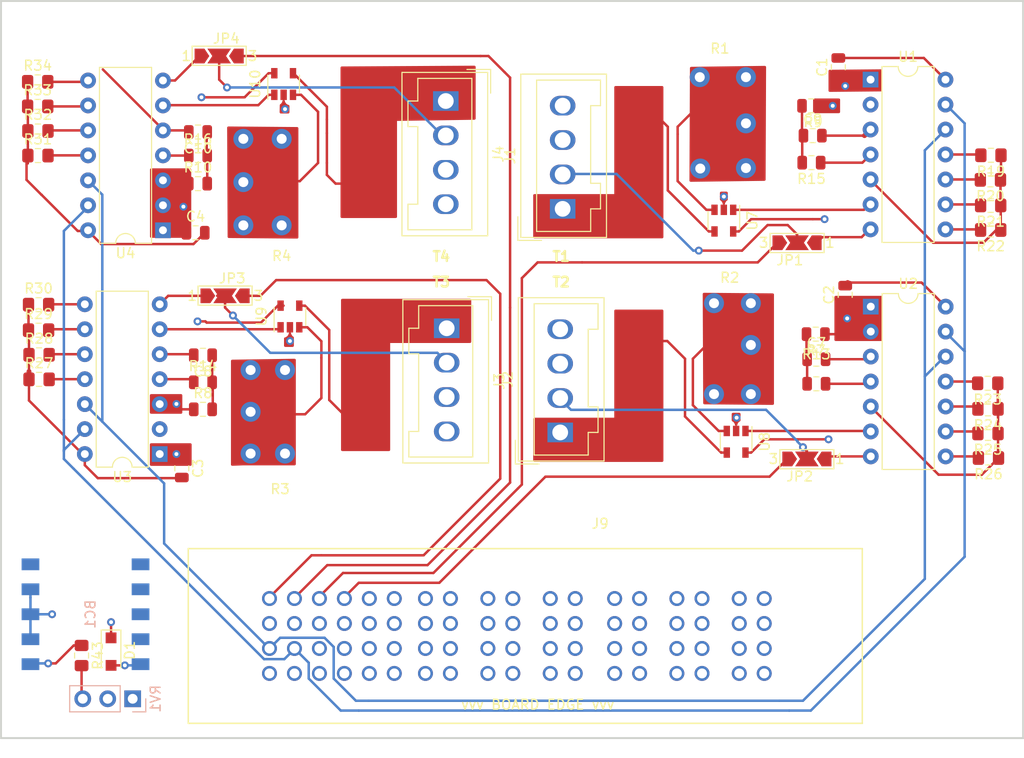
<source format=kicad_pcb>
(kicad_pcb (version 20171130) (host pcbnew "(5.0.0)")
  (layers (0 F.Cu signal) (1 In1.Cu power hide) (2 In2.Cu power hide) (31 B.Cu signal) (34 B.Paste user) (35 F.Paste user) (36 B.SilkS user) (37 F.SilkS user) (38 B.Mask user) (39 F.Mask user) (44 Edge.Cuts user))
  (net 0 "")
  (net 1 GNDPWR)
  (net 2 /PWM1)
  (net 3 +12P)
  (net 4 /PWM2)
  (net 5 /PWM3)
  (net 6 /PWM4)
  (net 7 +5VP)
  (net 8 "Net-(R16-Pad1)")
  (net 9 /CS4)
  (net 10 "Net-(R15-Pad1)")
  (net 11 /CS1)
  (net 12 /CS3)
  (net 13 "Net-(R14-Pad1)")
  (net 14 "Net-(R13-Pad1)")
  (net 15 /CS2)
  (net 16 "Net-(C10-Pad1)")
  (net 17 "Net-(C7-Pad1)")
  (net 18 "Net-(C8-Pad1)")
  (net 19 "Net-(C9-Pad1)")
  (net 20 "Net-(R25-Pad2)")
  (net 21 "Net-(R24-Pad2)")
  (net 22 "Net-(R28-Pad2)")
  (net 23 "Net-(R27-Pad2)")
  (net 24 "Net-(R26-Pad2)")
  (net 25 "Net-(R30-Pad2)")
  (net 26 "Net-(R23-Pad2)")
  (net 27 "Net-(R22-Pad2)")
  (net 28 "Net-(R21-Pad2)")
  (net 29 "Net-(R20-Pad2)")
  (net 30 "Net-(R19-Pad2)")
  (net 31 "Net-(R32-Pad2)")
  (net 32 "Net-(R31-Pad2)")
  (net 33 "Net-(R33-Pad2)")
  (net 34 "Net-(R34-Pad2)")
  (net 35 "Net-(R29-Pad2)")
  (net 36 "Net-(J1-Pad1)")
  (net 37 "Net-(J2-Pad1)")
  (net 38 "Net-(J3-Pad1)")
  (net 39 "Net-(J4-Pad1)")
  (net 40 /SDA_iso)
  (net 41 /SCL_iso)
  (net 42 "Net-(BC1-Pad6)")
  (net 43 "Net-(R43-Pad2)")
  (net 44 "Net-(BC1-Pad4)")
  (net 45 "Net-(J1-Pad2)")
  (net 46 "Net-(J2-Pad2)")
  (net 47 "Net-(J3-Pad2)")
  (net 48 "Net-(J4-Pad2)")
  (net 49 /PCA_PWM4)
  (net 50 /PCA_PWM1)
  (net 51 /PCA_PWM2)
  (net 52 /PCA_PWM3)
  (net 53 "Net-(J9-PadC3)")
  (net 54 "Net-(J9-PadC2)")
  (net 55 "Net-(J9-PadC1)")
  (net 56 "Net-(J9-PadA2)")
  (net 57 "Net-(J9-PadA3)")
  (net 58 "Net-(J9-PadA1)")
  (net 59 "Net-(J9-PadA4)")
  (net 60 "Net-(J9-PadC4)")
  (net 61 "Net-(J9-PadB5)")
  (net 62 "Net-(J9-PadA5)")
  (net 63 "Net-(J9-PadB6)")
  (net 64 "Net-(J9-PadA6)")
  (net 65 "Net-(J9-PadB3)")
  (net 66 "Net-(J9-PadB4)")
  (net 67 "Net-(J9-PadD5)")
  (net 68 "Net-(J9-PadC5)")
  (net 69 "Net-(J9-PadD6)")
  (net 70 "Net-(J9-PadC6)")
  (module Connector_Wago:Wago_734-134_1x04_P3.50mm_Vertical (layer F.Cu) (at 148.9 91.9 90)
    (fp_text reference J2 (at 5.4 -5.35 90) (layer F.SilkS))
    (fp_text value Conn_01x04_Female)
    (pad 4 thru_hole oval (at 10.5 0 90) (size 2 2.6) (drill 1.6) (layers *.Cu *.Mask) (net 1 GNDPWR))
    (pad 3 thru_hole oval (at 7 0 90) (size 2 2.6) (drill 1.6) (layers *.Cu *.Mask) (net 1 GNDPWR))
    (pad 2 thru_hole oval (at 3.5 0 90) (size 2 2.6) (drill 1.6) (layers *.Cu *.Mask) (net 46 "Net-(J2-Pad2)"))
    (pad 1 thru_hole rect (at 0 0 90) (size 2 2.6) (drill 1.6) (layers *.Cu *.Mask) (net 37 "Net-(J2-Pad1)"))
  )
  (module Connector_Wago:Wago_734-134_1x04_P3.50mm_Vertical (layer F.Cu) (at 149.15 69.15 90)
    (fp_text reference J1 (at 5.4 -5.35 90) (layer F.SilkS))
    (fp_text value Conn_01x04_Female)
    (pad 1 thru_hole rect (at 0 0 90) (size 2 2.6) (drill 1.6) (layers *.Cu *.Mask) (net 36 "Net-(J1-Pad1)"))
    (pad 2 thru_hole oval (at 3.5 0 90) (size 2 2.6) (drill 1.6) (layers *.Cu *.Mask) (net 45 "Net-(J1-Pad2)"))
    (pad 3 thru_hole oval (at 7 0 90) (size 2 2.6) (drill 1.6) (layers *.Cu *.Mask) (net 1 GNDPWR))
    (pad 4 thru_hole oval (at 10.5 0 90) (size 2 2.6) (drill 1.6) (layers *.Cu *.Mask) (net 1 GNDPWR))
  )
  (module Connector_Wago:Wago_734-134_1x04_P3.50mm_Vertical (layer F.Cu) (at 137.260487 58.178689 270)
    (fp_text reference J4 (at 5.4 -5.35 270) (layer F.SilkS))
    (fp_text value Conn_01x04_Female)
    (pad 4 thru_hole oval (at 10.5 0 270) (size 2 2.6) (drill 1.6) (layers *.Cu *.Mask) (net 1 GNDPWR))
    (pad 3 thru_hole oval (at 7 0 270) (size 2 2.6) (drill 1.6) (layers *.Cu *.Mask) (net 1 GNDPWR))
    (pad 2 thru_hole oval (at 3.5 0 270) (size 2 2.6) (drill 1.6) (layers *.Cu *.Mask) (net 48 "Net-(J4-Pad2)"))
    (pad 1 thru_hole rect (at 0 0 270) (size 2 2.6) (drill 1.6) (layers *.Cu *.Mask) (net 39 "Net-(J4-Pad1)"))
  )
  (module Resistor_SMD:R_0805_2012Metric_Pad1.15x1.40mm_HandSolder (layer F.Cu) (at 192.7 71.3 180)
    (fp_text reference R22 (at 0 -1.65 180) (layer F.SilkS))
    (fp_text value 1k)
    (pad 2 smd roundrect (at 1.025 0 180) (size 1.15 1.4) (layers F.Cu F.Paste F.Mask) (roundrect_rratio 0.217391) (net 27 "Net-(R22-Pad2)"))
    (pad 1 smd roundrect (at -1.025 0 180) (size 1.15 1.4) (layers F.Cu F.Paste F.Mask) (roundrect_rratio 0.217391) (net 1 GNDPWR))
  )
  (module Resistor_SMD:R_0805_2012Metric_Pad1.15x1.40mm_HandSolder (layer F.Cu) (at 95.760487 63.728689)
    (fp_text reference R31 (at 0 -1.65) (layer F.SilkS))
    (fp_text value R_Small)
    (pad 2 smd roundrect (at 1.025 0) (size 1.15 1.4) (layers F.Cu F.Paste F.Mask) (roundrect_rratio 0.217391) (net 32 "Net-(R31-Pad2)"))
    (pad 1 smd roundrect (at -1.025 0) (size 1.15 1.4) (layers F.Cu F.Paste F.Mask) (roundrect_rratio 0.217391) (net 1 GNDPWR))
  )
  (module Resistor_SMD:R_0805_2012Metric_Pad1.15x1.40mm_HandSolder (layer F.Cu) (at 192.4 86.9 180)
    (fp_text reference R23 (at 0 -1.65 180) (layer F.SilkS))
    (fp_text value R_Small)
    (pad 2 smd roundrect (at 1.025 0 180) (size 1.15 1.4) (layers F.Cu F.Paste F.Mask) (roundrect_rratio 0.217391) (net 26 "Net-(R23-Pad2)"))
    (pad 1 smd roundrect (at -1.025 0 180) (size 1.15 1.4) (layers F.Cu F.Paste F.Mask) (roundrect_rratio 0.217391) (net 1 GNDPWR))
  )
  (module Resistor_SMD:R_0805_2012Metric_Pad1.15x1.40mm_HandSolder (layer F.Cu) (at 192.475 94.5 180)
    (fp_text reference R26 (at 0 -1.65 180) (layer F.SilkS))
    (fp_text value 1k)
    (pad 2 smd roundrect (at 1.025 0 180) (size 1.15 1.4) (layers F.Cu F.Paste F.Mask) (roundrect_rratio 0.217391) (net 24 "Net-(R26-Pad2)"))
    (pad 1 smd roundrect (at -1.025 0 180) (size 1.15 1.4) (layers F.Cu F.Paste F.Mask) (roundrect_rratio 0.217391) (net 1 GNDPWR))
  )
  (module Resistor_SMD:R_0805_2012Metric_Pad1.15x1.40mm_HandSolder (layer F.Cu) (at 192.725 63.7 180)
    (fp_text reference R19 (at 0 -1.65 180) (layer F.SilkS))
    (fp_text value 1k)
    (pad 2 smd roundrect (at 1.025 0 180) (size 1.15 1.4) (layers F.Cu F.Paste F.Mask) (roundrect_rratio 0.217391) (net 30 "Net-(R19-Pad2)"))
    (pad 1 smd roundrect (at -1.025 0 180) (size 1.15 1.4) (layers F.Cu F.Paste F.Mask) (roundrect_rratio 0.217391) (net 1 GNDPWR))
  )
  (module Resistor_SMD:R_0805_2012Metric_Pad1.15x1.40mm_HandSolder (layer F.Cu) (at 192.675 66.2 180)
    (fp_text reference R20 (at 0 -1.65 180) (layer F.SilkS))
    (fp_text value 1k)
    (pad 2 smd roundrect (at 1.025 0 180) (size 1.15 1.4) (layers F.Cu F.Paste F.Mask) (roundrect_rratio 0.217391) (net 29 "Net-(R20-Pad2)"))
    (pad 1 smd roundrect (at -1.025 0 180) (size 1.15 1.4) (layers F.Cu F.Paste F.Mask) (roundrect_rratio 0.217391) (net 1 GNDPWR))
  )
  (module Resistor_SMD:R_0805_2012Metric_Pad1.15x1.40mm_HandSolder (layer F.Cu) (at 95.735487 58.728689)
    (fp_text reference R33 (at 0 -1.65) (layer F.SilkS))
    (fp_text value R_Small)
    (pad 2 smd roundrect (at 1.025 0) (size 1.15 1.4) (layers F.Cu F.Paste F.Mask) (roundrect_rratio 0.217391) (net 33 "Net-(R33-Pad2)"))
    (pad 1 smd roundrect (at -1.025 0) (size 1.15 1.4) (layers F.Cu F.Paste F.Mask) (roundrect_rratio 0.217391) (net 1 GNDPWR))
  )
  (module Resistor_SMD:R_0805_2012Metric_Pad1.15x1.40mm_HandSolder (layer F.Cu) (at 95.760487 61.228689)
    (fp_text reference R32 (at 0 -1.65) (layer F.SilkS))
    (fp_text value R_Small)
    (pad 2 smd roundrect (at 1.025 0) (size 1.15 1.4) (layers F.Cu F.Paste F.Mask) (roundrect_rratio 0.217391) (net 31 "Net-(R32-Pad2)"))
    (pad 1 smd roundrect (at -1.025 0) (size 1.15 1.4) (layers F.Cu F.Paste F.Mask) (roundrect_rratio 0.217391) (net 1 GNDPWR))
  )
  (module Resistor_SMD:R_0805_2012Metric_Pad1.15x1.40mm_HandSolder (layer F.Cu) (at 192.7 68.8 180)
    (fp_text reference R21 (at 0 -1.65 180) (layer F.SilkS))
    (fp_text value 1k)
    (pad 2 smd roundrect (at 1.025 0 180) (size 1.15 1.4) (layers F.Cu F.Paste F.Mask) (roundrect_rratio 0.217391) (net 28 "Net-(R21-Pad2)"))
    (pad 1 smd roundrect (at -1.025 0 180) (size 1.15 1.4) (layers F.Cu F.Paste F.Mask) (roundrect_rratio 0.217391) (net 1 GNDPWR))
  )
  (module Resistor_SMD:R_0805_2012Metric_Pad1.15x1.40mm_HandSolder (layer F.Cu) (at 192.425 89.5 180)
    (fp_text reference R24 (at 0 -1.65 180) (layer F.SilkS))
    (fp_text value 1k)
    (pad 2 smd roundrect (at 1.025 0 180) (size 1.15 1.4) (layers F.Cu F.Paste F.Mask) (roundrect_rratio 0.217391) (net 21 "Net-(R24-Pad2)"))
    (pad 1 smd roundrect (at -1.025 0 180) (size 1.15 1.4) (layers F.Cu F.Paste F.Mask) (roundrect_rratio 0.217391) (net 1 GNDPWR))
  )
  (module Resistor_SMD:R_0805_2012Metric_Pad1.15x1.40mm_HandSolder (layer F.Cu) (at 192.425 92 180)
    (fp_text reference R25 (at 0 -1.65 180) (layer F.SilkS))
    (fp_text value 1k)
    (pad 2 smd roundrect (at 1.025 0 180) (size 1.15 1.4) (layers F.Cu F.Paste F.Mask) (roundrect_rratio 0.217391) (net 20 "Net-(R25-Pad2)"))
    (pad 1 smd roundrect (at -1.025 0 180) (size 1.15 1.4) (layers F.Cu F.Paste F.Mask) (roundrect_rratio 0.217391) (net 1 GNDPWR))
  )
  (module "ROV:Shunt Resistor" (layer F.Cu) (at 166.15 76.65 180)
    (fp_text reference R2 (at 0 0.5 180) (layer F.SilkS))
    (fp_text value WSLP59311L000FEB)
    (pad 2 smd rect (at 8.3 -7.112 180) (size 2.7 6.2) (layers F.Cu F.Paste F.Mask) (net 37 "Net-(J2-Pad1)"))
    (pad 1 smd rect (at 0 -7.112 180) (size 2.7 6.2) (layers F.Cu F.Paste F.Mask) (net 3 +12P))
  )
  (module Package_DIP:DIP-14_W7.62mm (layer F.Cu) (at 180.48 56)
    (fp_text reference U1 (at 3.81 -2.33) (layer F.SilkS))
    (fp_text value PIC16F15323)
    (pad 14 thru_hole oval (at 7.62 0) (size 1.6 1.6) (drill 0.8) (layers *.Cu *.Mask) (net 1 GNDPWR))
    (pad 7 thru_hole oval (at 0 15.24) (size 1.6 1.6) (drill 0.8) (layers *.Cu *.Mask) (net 2 /PWM1))
    (pad 13 thru_hole oval (at 7.62 2.54) (size 1.6 1.6) (drill 0.8) (layers *.Cu *.Mask) (net 40 /SDA_iso))
    (pad 6 thru_hole oval (at 0 12.7) (size 1.6 1.6) (drill 0.8) (layers *.Cu *.Mask) (net 11 /CS1))
    (pad 12 thru_hole oval (at 7.62 5.08) (size 1.6 1.6) (drill 0.8) (layers *.Cu *.Mask) (net 41 /SCL_iso))
    (pad 5 thru_hole oval (at 0 10.16) (size 1.6 1.6) (drill 0.8) (layers *.Cu *.Mask) (net 1 GNDPWR))
    (pad 11 thru_hole oval (at 7.62 7.62) (size 1.6 1.6) (drill 0.8) (layers *.Cu *.Mask) (net 30 "Net-(R19-Pad2)"))
    (pad 4 thru_hole oval (at 0 7.62) (size 1.6 1.6) (drill 0.8) (layers *.Cu *.Mask) (net 10 "Net-(R15-Pad1)"))
    (pad 10 thru_hole oval (at 7.62 10.16) (size 1.6 1.6) (drill 0.8) (layers *.Cu *.Mask) (net 29 "Net-(R20-Pad2)"))
    (pad 3 thru_hole oval (at 0 5.08) (size 1.6 1.6) (drill 0.8) (layers *.Cu *.Mask) (net 1 GNDPWR))
    (pad 9 thru_hole oval (at 7.62 12.7) (size 1.6 1.6) (drill 0.8) (layers *.Cu *.Mask) (net 28 "Net-(R21-Pad2)"))
    (pad 2 thru_hole oval (at 0 2.54) (size 1.6 1.6) (drill 0.8) (layers *.Cu *.Mask) (net 1 GNDPWR))
    (pad 8 thru_hole oval (at 7.62 15.24) (size 1.6 1.6) (drill 0.8) (layers *.Cu *.Mask) (net 27 "Net-(R22-Pad2)"))
    (pad 1 thru_hole rect (at 0 0) (size 1.6 1.6) (drill 0.8) (layers *.Cu *.Mask) (net 7 +5VP))
  )
  (module Capacitor_SMD:C_0805_2012Metric (layer F.Cu) (at 177.9 77.9 90)
    (fp_text reference C2 (at 0 -1.65 90) (layer F.SilkS))
    (fp_text value .1uF)
    (pad 2 smd roundrect (at 0.9375 0 90) (size 0.975 1.4) (layers F.Cu F.Paste F.Mask) (net 1 GNDPWR))
    (pad 1 smd roundrect (at -0.9375 0 90) (size 0.975 1.4) (layers F.Cu F.Paste F.Mask) (net 7 +5VP))
  )
  (module Resistor_SMD:R_0805_2012Metric_Pad1.15x1.40mm_HandSolder (layer F.Cu) (at 95.735487 56.228689)
    (fp_text reference R34 (at 0 -1.65) (layer F.SilkS))
    (fp_text value R_Small)
    (pad 2 smd roundrect (at 1.025 0) (size 1.15 1.4) (layers F.Cu F.Paste F.Mask) (roundrect_rratio 0.217391) (net 34 "Net-(R34-Pad2)"))
    (pad 1 smd roundrect (at -1.025 0) (size 1.15 1.4) (layers F.Cu F.Paste F.Mask) (roundrect_rratio 0.217391) (net 1 GNDPWR))
  )
  (module "ROV:Shunt Resistor" (layer F.Cu) (at 120.560487 73.440689)
    (fp_text reference R4 (at 0 0.5) (layer F.SilkS))
    (fp_text value WSLP59311L000FEB)
    (pad 2 smd rect (at 8.3 -7.112) (size 2.7 6.2) (layers F.Cu F.Paste F.Mask) (net 39 "Net-(J4-Pad1)"))
    (pad 1 smd rect (at 0 -7.112) (size 2.7 6.2) (layers F.Cu F.Paste F.Mask) (net 3 +12P))
  )
  (module Package_DIP:DIP-14_W7.62mm (layer F.Cu) (at 180.5 79.1)
    (fp_text reference U2 (at 3.81 -2.33) (layer F.SilkS))
    (fp_text value PIC16F15323)
    (pad 14 thru_hole oval (at 7.62 0) (size 1.6 1.6) (drill 0.8) (layers *.Cu *.Mask) (net 1 GNDPWR))
    (pad 7 thru_hole oval (at 0 15.24) (size 1.6 1.6) (drill 0.8) (layers *.Cu *.Mask) (net 4 /PWM2))
    (pad 13 thru_hole oval (at 7.62 2.54) (size 1.6 1.6) (drill 0.8) (layers *.Cu *.Mask) (net 40 /SDA_iso))
    (pad 6 thru_hole oval (at 0 12.7) (size 1.6 1.6) (drill 0.8) (layers *.Cu *.Mask) (net 15 /CS2))
    (pad 12 thru_hole oval (at 7.62 5.08) (size 1.6 1.6) (drill 0.8) (layers *.Cu *.Mask) (net 41 /SCL_iso))
    (pad 5 thru_hole oval (at 0 10.16) (size 1.6 1.6) (drill 0.8) (layers *.Cu *.Mask) (net 1 GNDPWR))
    (pad 11 thru_hole oval (at 7.62 7.62) (size 1.6 1.6) (drill 0.8) (layers *.Cu *.Mask) (net 26 "Net-(R23-Pad2)"))
    (pad 4 thru_hole oval (at 0 7.62) (size 1.6 1.6) (drill 0.8) (layers *.Cu *.Mask) (net 14 "Net-(R13-Pad1)"))
    (pad 10 thru_hole oval (at 7.62 10.16) (size 1.6 1.6) (drill 0.8) (layers *.Cu *.Mask) (net 21 "Net-(R24-Pad2)"))
    (pad 3 thru_hole oval (at 0 5.08) (size 1.6 1.6) (drill 0.8) (layers *.Cu *.Mask) (net 1 GNDPWR))
    (pad 9 thru_hole oval (at 7.62 12.7) (size 1.6 1.6) (drill 0.8) (layers *.Cu *.Mask) (net 20 "Net-(R25-Pad2)"))
    (pad 2 thru_hole oval (at 0 2.54) (size 1.6 1.6) (drill 0.8) (layers *.Cu *.Mask) (net 7 +5VP))
    (pad 8 thru_hole oval (at 7.62 15.24) (size 1.6 1.6) (drill 0.8) (layers *.Cu *.Mask) (net 24 "Net-(R26-Pad2)"))
    (pad 1 thru_hole rect (at 0 0) (size 1.6 1.6) (drill 0.8) (layers *.Cu *.Mask) (net 7 +5VP))
  )
  (module Package_DIP:DIP-14_W7.62mm (layer F.Cu) (at 108.480487 71.328689 180)
    (fp_text reference U4 (at 3.81 -2.33 180) (layer F.SilkS))
    (fp_text value PIC16F15323)
    (pad 14 thru_hole oval (at 7.62 0 180) (size 1.6 1.6) (drill 0.8) (layers *.Cu *.Mask) (net 1 GNDPWR))
    (pad 7 thru_hole oval (at 0 15.24 180) (size 1.6 1.6) (drill 0.8) (layers *.Cu *.Mask) (net 6 /PWM4))
    (pad 13 thru_hole oval (at 7.62 2.54 180) (size 1.6 1.6) (drill 0.8) (layers *.Cu *.Mask) (net 40 /SDA_iso))
    (pad 6 thru_hole oval (at 0 12.7 180) (size 1.6 1.6) (drill 0.8) (layers *.Cu *.Mask) (net 9 /CS4))
    (pad 12 thru_hole oval (at 7.62 5.08 180) (size 1.6 1.6) (drill 0.8) (layers *.Cu *.Mask) (net 41 /SCL_iso))
    (pad 5 thru_hole oval (at 0 10.16 180) (size 1.6 1.6) (drill 0.8) (layers *.Cu *.Mask) (net 1 GNDPWR))
    (pad 11 thru_hole oval (at 7.62 7.62 180) (size 1.6 1.6) (drill 0.8) (layers *.Cu *.Mask) (net 32 "Net-(R31-Pad2)"))
    (pad 4 thru_hole oval (at 0 7.62 180) (size 1.6 1.6) (drill 0.8) (layers *.Cu *.Mask) (net 8 "Net-(R16-Pad1)"))
    (pad 10 thru_hole oval (at 7.62 10.16 180) (size 1.6 1.6) (drill 0.8) (layers *.Cu *.Mask) (net 31 "Net-(R32-Pad2)"))
    (pad 3 thru_hole oval (at 0 5.08 180) (size 1.6 1.6) (drill 0.8) (layers *.Cu *.Mask) (net 7 +5VP))
    (pad 9 thru_hole oval (at 7.62 12.7 180) (size 1.6 1.6) (drill 0.8) (layers *.Cu *.Mask) (net 33 "Net-(R33-Pad2)"))
    (pad 2 thru_hole oval (at 0 2.54 180) (size 1.6 1.6) (drill 0.8) (layers *.Cu *.Mask) (net 7 +5VP))
    (pad 8 thru_hole oval (at 7.62 15.24 180) (size 1.6 1.6) (drill 0.8) (layers *.Cu *.Mask) (net 34 "Net-(R34-Pad2)"))
    (pad 1 thru_hole rect (at 0 0 180) (size 1.6 1.6) (drill 0.8) (layers *.Cu *.Mask) (net 7 +5VP))
  )
  (module Jumper:SolderJumper-3_P2.0mm_Open_TrianglePad1.0x1.5mm_NumberLabels (layer F.Cu) (at 114.2 53.6)
    (fp_text reference JP4 (at 0.725 -1.775) (layer F.SilkS))
    (fp_text value SolderJumper_3_Open)
    (fp_text user 3 (at 3.4 0) (layer F.SilkS))
    (fp_text user 1 (at -3.35 0) (layer F.SilkS))
    (pad 1 smd custom (at -2 0) (size 0.3 0.3) (layers F.Cu F.Mask) (net 6 /PWM4) (options (clearance outline) (anchor rect)) (primitives (gr_poly (pts (xy -0.5 -0.75) (xy 0.5 -0.75) (xy 1 0) (xy 0.5 0.75) (xy -0.5 0.75)) (width 0))))
    (pad 2 smd custom (at 0 0) (size 0.3 0.3) (layers F.Cu) (net 48 "Net-(J4-Pad2)") (options (clearance outline) (anchor rect)) (primitives (gr_poly (pts (xy -1.2 -0.75) (xy 1.2 -0.75) (xy 0.7 0) (xy 1.2 0.75) (xy -1.2 0.75) (xy -0.7 0)) (width 0))))
    (pad 3 smd custom (at 2 0 180) (size 0.3 0.3) (layers F.Cu F.Mask) (net 49 /PCA_PWM4) (options (clearance outline) (anchor rect)) (primitives (gr_poly (pts (xy -0.5 -0.75) (xy 0.5 -0.75) (xy 1 0) (xy 0.5 0.75) (xy -0.5 0.75)) (width 0))))
  )
  (module Capacitor_SMD:C_0805_2012Metric (layer F.Cu) (at 174.5875 61.7)
    (fp_text reference C9 (at 0 -1.65) (layer F.SilkS))
    (fp_text value 10nF)
    (pad 2 smd roundrect (at 0.9375 0) (size 0.975 1.4) (layers F.Cu F.Paste F.Mask) (net 1 GNDPWR))
    (pad 1 smd roundrect (at -0.9375 0) (size 0.975 1.4) (layers F.Cu F.Paste F.Mask) (net 19 "Net-(C9-Pad1)"))
  )
  (module Resistor_SMD:R_0805_2012Metric (layer F.Cu) (at 112.047483 66.583263)
    (fp_text reference R10 (at 0 -1.65) (layer F.SilkS))
    (fp_text value 10k)
    (pad 2 smd roundrect (at 0.9375 0) (size 0.975 1.4) (layers F.Cu F.Paste F.Mask) (net 16 "Net-(C10-Pad1)"))
    (pad 1 smd roundrect (at -0.9375 0) (size 0.975 1.4) (layers F.Cu F.Paste F.Mask) (net 7 +5VP))
  )
  (module Resistor_SMD:R_0805_2012Metric (layer F.Cu) (at 174.441481 58.667481 180)
    (fp_text reference R9 (at -0.1875 -1.65 180) (layer F.SilkS))
    (fp_text value 10k)
    (pad 2 smd roundrect (at 0.9375 0 180) (size 0.975 1.4) (layers F.Cu F.Paste F.Mask) (net 19 "Net-(C9-Pad1)"))
    (pad 1 smd roundrect (at -0.9375 0 180) (size 0.975 1.4) (layers F.Cu F.Paste F.Mask) (net 7 +5VP))
  )
  (module Resistor_SMD:R_0805_2012Metric (layer F.Cu) (at 174.9 81.9 180)
    (fp_text reference R7 (at 0 -1.65 180) (layer F.SilkS))
    (fp_text value 10k)
    (pad 2 smd roundrect (at 0.9375 0 180) (size 0.975 1.4) (layers F.Cu F.Paste F.Mask) (net 17 "Net-(C7-Pad1)"))
    (pad 1 smd roundrect (at -0.9375 0 180) (size 0.975 1.4) (layers F.Cu F.Paste F.Mask) (net 7 +5VP))
  )
  (module Capacitor_SMD:C_0805_2012Metric (layer F.Cu) (at 174.9625 84.45)
    (fp_text reference C7 (at 0 -1.65) (layer F.SilkS))
    (fp_text value 10nF)
    (pad 2 smd roundrect (at 0.9375 0) (size 0.975 1.4) (layers F.Cu F.Paste F.Mask) (net 1 GNDPWR))
    (pad 1 smd roundrect (at -0.9375 0) (size 0.975 1.4) (layers F.Cu F.Paste F.Mask) (net 17 "Net-(C7-Pad1)"))
  )
  (module Resistor_SMD:R_0805_2012Metric (layer F.Cu) (at 174.4625 64.45 180)
    (fp_text reference R15 (at 0 -1.65) (layer F.SilkS))
    (fp_text value 100)
    (pad 2 smd roundrect (at 0.9375 0 180) (size 0.975 1.4) (layers F.Cu F.Paste F.Mask) (net 19 "Net-(C9-Pad1)"))
    (pad 1 smd roundrect (at -0.9375 0 180) (size 0.975 1.4) (layers F.Cu F.Paste F.Mask) (net 10 "Net-(R15-Pad1)"))
  )
  (module Resistor_SMD:R_0805_2012Metric (layer F.Cu) (at 112.047483 63.728689)
    (fp_text reference R16 (at 0 -1.65) (layer F.SilkS))
    (fp_text value 100)
    (pad 2 smd roundrect (at 0.9375 0) (size 0.975 1.4) (layers F.Cu F.Paste F.Mask) (net 16 "Net-(C10-Pad1)"))
    (pad 1 smd roundrect (at -0.9375 0) (size 0.975 1.4) (layers F.Cu F.Paste F.Mask) (net 8 "Net-(R16-Pad1)"))
  )
  (module "ROV:Shunt Resistor" (layer F.Cu) (at 165.15 53.338 180)
    (fp_text reference R1 (at 0 0.5 180) (layer F.SilkS))
    (fp_text value WSLP59311L000FEB)
    (pad 2 smd rect (at 8.3 -7.112 180) (size 2.7 6.2) (layers F.Cu F.Paste F.Mask) (net 36 "Net-(J1-Pad1)"))
    (pad 1 smd rect (at 0 -7.112 180) (size 2.7 6.2) (layers F.Cu F.Paste F.Mask) (net 3 +12P))
  )
  (module Resistor_SMD:R_0805_2012Metric (layer F.Cu) (at 174.9625 86.95 180)
    (fp_text reference R13 (at 0 3 180) (layer F.SilkS))
    (fp_text value 100)
    (pad 2 smd roundrect (at 0.9375 0 180) (size 0.975 1.4) (layers F.Cu F.Paste F.Mask) (net 17 "Net-(C7-Pad1)"))
    (pad 1 smd roundrect (at -0.9375 0 180) (size 0.975 1.4) (layers F.Cu F.Paste F.Mask) (net 14 "Net-(R13-Pad1)"))
  )
  (module Package_TO_SOT_SMD:SOT-23-5 (layer F.Cu) (at 120.760487 56.45 90)
    (fp_text reference U10 (at 0 -2.9 90) (layer F.SilkS))
    (fp_text value TSC888)
    (pad 5 smd rect (at 1.1 -0.95 90) (size 1.06 0.65) (layers F.Cu F.Paste F.Mask) (net 7 +5VP))
    (pad 4 smd rect (at 1.1 0.95 90) (size 1.06 0.65) (layers F.Cu F.Paste F.Mask) (net 39 "Net-(J4-Pad1)"))
    (pad 3 smd rect (at -1.1 0.95 90) (size 1.06 0.65) (layers F.Cu F.Paste F.Mask) (net 3 +12P))
    (pad 2 smd rect (at -1.1 0 90) (size 1.06 0.65) (layers F.Cu F.Paste F.Mask) (net 1 GNDPWR))
    (pad 1 smd rect (at -1.1 -0.95 90) (size 1.06 0.65) (layers F.Cu F.Paste F.Mask) (net 9 /CS4))
  )
  (module Package_TO_SOT_SMD:SOT-23-5 (layer F.Cu) (at 166.8 92.85 270)
    (fp_text reference U8 (at 0 -2.9 270) (layer F.SilkS))
    (fp_text value TSC888)
    (pad 5 smd rect (at 1.1 -0.95 270) (size 1.06 0.65) (layers F.Cu F.Paste F.Mask) (net 7 +5VP))
    (pad 4 smd rect (at 1.1 0.95 270) (size 1.06 0.65) (layers F.Cu F.Paste F.Mask) (net 37 "Net-(J2-Pad1)"))
    (pad 3 smd rect (at -1.1 0.95 270) (size 1.06 0.65) (layers F.Cu F.Paste F.Mask) (net 3 +12P))
    (pad 2 smd rect (at -1.1 0 270) (size 1.06 0.65) (layers F.Cu F.Paste F.Mask) (net 1 GNDPWR))
    (pad 1 smd rect (at -1.1 -0.95 270) (size 1.06 0.65) (layers F.Cu F.Paste F.Mask) (net 15 /CS2))
  )
  (module Capacitor_SMD:C_0805_2012Metric (layer F.Cu) (at 111.797483 71.583263)
    (fp_text reference C4 (at 0 -1.65) (layer F.SilkS))
    (fp_text value .1uF)
    (pad 2 smd roundrect (at 0.9375 0) (size 0.975 1.4) (layers F.Cu F.Paste F.Mask) (net 1 GNDPWR))
    (pad 1 smd roundrect (at -0.9375 0) (size 0.975 1.4) (layers F.Cu F.Paste F.Mask) (net 7 +5VP))
  )
  (module Jumper:SolderJumper-3_P2.0mm_Open_TrianglePad1.0x1.5mm_NumberLabels (layer F.Cu) (at 173 72.6 180)
    (fp_text reference JP1 (at 0.725 -1.775 180) (layer F.SilkS))
    (fp_text value SolderJumper_3_Open)
    (fp_text user 1 (at -3.35 0 180) (layer F.SilkS))
    (fp_text user 3 (at 3.4 0 180) (layer F.SilkS))
    (pad 3 smd custom (at 2 0) (size 0.3 0.3) (layers F.Cu F.Mask) (net 50 /PCA_PWM1) (options (clearance outline) (anchor rect)) (primitives (gr_poly (pts (xy -0.5 -0.75) (xy 0.5 -0.75) (xy 1 0) (xy 0.5 0.75) (xy -0.5 0.75)) (width 0))))
    (pad 2 smd custom (at 0 0 180) (size 0.3 0.3) (layers F.Cu) (net 45 "Net-(J1-Pad2)") (options (clearance outline) (anchor rect)) (primitives (gr_poly (pts (xy -1.2 -0.75) (xy 1.2 -0.75) (xy 0.7 0) (xy 1.2 0.75) (xy -1.2 0.75) (xy -0.7 0)) (width 0))))
    (pad 1 smd custom (at -2 0 180) (size 0.3 0.3) (layers F.Cu F.Mask) (net 2 /PWM1) (options (clearance outline) (anchor rect)) (primitives (gr_poly (pts (xy -0.5 -0.75) (xy 0.5 -0.75) (xy 1 0) (xy 0.5 0.75) (xy -0.5 0.75)) (width 0))))
  )
  (module Jumper:SolderJumper-3_P2.0mm_Open_TrianglePad1.0x1.5mm_NumberLabels (layer F.Cu) (at 174 94.6 180)
    (fp_text reference JP2 (at 0.725 -1.775 180) (layer F.SilkS))
    (fp_text value SolderJumper_3_Open)
    (fp_text user 1 (at -3.35 0 180) (layer F.SilkS))
    (fp_text user 3 (at 3.4 0 180) (layer F.SilkS))
    (pad 3 smd custom (at 2 0) (size 0.3 0.3) (layers F.Cu F.Mask) (net 51 /PCA_PWM2) (options (clearance outline) (anchor rect)) (primitives (gr_poly (pts (xy -0.5 -0.75) (xy 0.5 -0.75) (xy 1 0) (xy 0.5 0.75) (xy -0.5 0.75)) (width 0))))
    (pad 2 smd custom (at 0 0 180) (size 0.3 0.3) (layers F.Cu) (net 46 "Net-(J2-Pad2)") (options (clearance outline) (anchor rect)) (primitives (gr_poly (pts (xy -1.2 -0.75) (xy 1.2 -0.75) (xy 0.7 0) (xy 1.2 0.75) (xy -1.2 0.75) (xy -0.7 0)) (width 0))))
    (pad 1 smd custom (at -2 0 180) (size 0.3 0.3) (layers F.Cu F.Mask) (net 4 /PWM2) (options (clearance outline) (anchor rect)) (primitives (gr_poly (pts (xy -0.5 -0.75) (xy 0.5 -0.75) (xy 1 0) (xy 0.5 0.75) (xy -0.5 0.75)) (width 0))))
  )
  (module Package_TO_SOT_SMD:SOT-23-5 (layer F.Cu) (at 165.55 70.35 270)
    (fp_text reference U7 (at 0 -2.9 270) (layer F.SilkS))
    (fp_text value TSC888)
    (pad 5 smd rect (at 1.1 -0.95 270) (size 1.06 0.65) (layers F.Cu F.Paste F.Mask) (net 7 +5VP))
    (pad 4 smd rect (at 1.1 0.95 270) (size 1.06 0.65) (layers F.Cu F.Paste F.Mask) (net 36 "Net-(J1-Pad1)"))
    (pad 3 smd rect (at -1.1 0.95 270) (size 1.06 0.65) (layers F.Cu F.Paste F.Mask) (net 3 +12P))
    (pad 2 smd rect (at -1.1 0 270) (size 1.06 0.65) (layers F.Cu F.Paste F.Mask) (net 1 GNDPWR))
    (pad 1 smd rect (at -1.1 -0.95 270) (size 1.06 0.65) (layers F.Cu F.Paste F.Mask) (net 11 /CS1))
  )
  (module Capacitor_SMD:C_0805_2012Metric (layer F.Cu) (at 112.047483 61.333263 180)
    (fp_text reference C10 (at 0 -1.65 180) (layer F.SilkS))
    (fp_text value 10nF)
    (pad 2 smd roundrect (at 0.9375 0 180) (size 0.975 1.4) (layers F.Cu F.Paste F.Mask) (net 1 GNDPWR))
    (pad 1 smd roundrect (at -0.9375 0 180) (size 0.975 1.4) (layers F.Cu F.Paste F.Mask) (net 16 "Net-(C10-Pad1)"))
  )
  (module Capacitor_SMD:C_0805_2012Metric (layer F.Cu) (at 177.2 54.7375 90)
    (fp_text reference C1 (at 0 -1.65 90) (layer F.SilkS))
    (fp_text value .1uF)
    (pad 2 smd roundrect (at 0.9375 0 90) (size 0.975 1.4) (layers F.Cu F.Paste F.Mask) (net 1 GNDPWR))
    (pad 1 smd roundrect (at -0.9375 0 90) (size 0.975 1.4) (layers F.Cu F.Paste F.Mask) (net 7 +5VP))
  )
  (module Connector_PinHeader_2.54mm:PinHeader_1x03_P2.54mm_Vertical (layer B.Cu) (at 105.4 119 90)
    (fp_text reference RV1 (at 0 2.33 90) (layer B.SilkS) (effects (justify mirror)))
    (fp_text value R_POT_TRIM_US)
    (pad 1 thru_hole rect (at 0 0 90) (size 1.7 1.7) (drill 1) (layers *.Cu *.Mask) (net 1 GNDPWR))
    (pad 2 thru_hole oval (at 0 -2.54 90) (size 1.7 1.7) (drill 1) (layers *.Cu *.Mask) (net 43 "Net-(R43-Pad2)"))
    (pad 3 thru_hole oval (at 0 -5.08 90) (size 1.7 1.7) (drill 1) (layers *.Cu *.Mask) (net 43 "Net-(R43-Pad2)"))
  )
  (module Connector_Wago:Wago_734-134_1x04_P3.50mm_Vertical (layer F.Cu) (at 137.35 81.3 270)
    (fp_text reference J3 (at 5.4 -5.35 270) (layer F.SilkS))
    (fp_text value Conn_01x04_Female)
    (pad 1 thru_hole rect (at 0 0 270) (size 2 2.6) (drill 1.6) (layers *.Cu *.Mask) (net 38 "Net-(J3-Pad1)"))
    (pad 2 thru_hole oval (at 3.5 0 270) (size 2 2.6) (drill 1.6) (layers *.Cu *.Mask) (net 47 "Net-(J3-Pad2)"))
    (pad 3 thru_hole oval (at 7 0 270) (size 2 2.6) (drill 1.6) (layers *.Cu *.Mask) (net 1 GNDPWR))
    (pad 4 thru_hole oval (at 10.5 0 270) (size 2 2.6) (drill 1.6) (layers *.Cu *.Mask) (net 1 GNDPWR))
  )
  (module rov:D_SOD-123F (layer F.Cu) (at 103.2 114.2 270)
    (fp_text reference D1 (at -0.127 -1.905 270) (layer F.SilkS))
    (fp_text value D_Small)
    (pad 1 smd rect (at -1.4 0 270) (size 1.1 1.1) (layers F.Cu F.Paste F.Mask) (net 7 +5VP))
    (pad 2 smd rect (at 1.4 0 270) (size 1.1 1.1) (layers F.Cu F.Paste F.Mask) (net 44 "Net-(BC1-Pad4)"))
  )
  (module rov:R78AA-1.0 (layer B.Cu) (at 100.6 110.4 270)
    (fp_text reference BC1 (at 0 -0.5 270) (layer B.SilkS) (effects (justify mirror)))
    (fp_text value R-78AA-1.0)
    (pad 3 smd rect (at 0 -5.6 270) (size 1.2 1.8) (layers B.Cu B.Paste B.Mask) (net 1 GNDPWR))
    (pad 4 smd rect (at 2.54 -5.6 270) (size 1.2 1.8) (layers B.Cu B.Paste B.Mask) (net 44 "Net-(BC1-Pad4)"))
    (pad 5 smd rect (at 5.08 -5.6 270) (size 1.2 1.8) (layers B.Cu B.Paste B.Mask) (net 44 "Net-(BC1-Pad4)"))
    (pad 1 smd rect (at -5.08 -5.6 270) (size 1.2 1.8) (layers B.Cu B.Paste B.Mask) (net 3 +12P))
    (pad 2 smd rect (at -2.54 -5.6 270) (size 1.2 1.8) (layers B.Cu B.Paste B.Mask) (net 3 +12P))
    (pad 10 smd rect (at -5.08 5.6 90) (size 1.2 1.8) (layers B.Cu B.Paste B.Mask) (net 3 +12P))
    (pad 9 smd rect (at -2.54 5.6 90) (size 1.2 1.8) (layers B.Cu B.Paste B.Mask) (net 1 GNDPWR))
    (pad 7 smd rect (at 2.54 5.6 90) (size 1.2 1.8) (layers B.Cu B.Paste B.Mask) (net 1 GNDPWR))
    (pad 8 smd rect (at 0 5.6 90) (size 1.2 1.8) (layers B.Cu B.Paste B.Mask) (net 1 GNDPWR))
    (pad 6 smd rect (at 5.08 5.6 90) (size 1.2 1.8) (layers B.Cu B.Paste B.Mask) (net 42 "Net-(BC1-Pad6)"))
  )
  (module rov:R_0805_SMD (layer F.Cu) (at 100.2 114.6 270)
    (fp_text reference R43 (at 0 -1.65 270) (layer F.SilkS))
    (fp_text value R_Small)
    (pad 1 smd roundrect (at -1.025 0 270) (size 1.15 1.4) (layers F.Cu F.Paste F.Mask) (roundrect_rratio 0.217391) (net 42 "Net-(BC1-Pad6)"))
    (pad 2 smd roundrect (at 1.025 0 270) (size 1.15 1.4) (layers F.Cu F.Paste F.Mask) (roundrect_rratio 0.217391) (net 43 "Net-(R43-Pad2)"))
  )
  (module Package_DIP:DIP-14_W7.62mm (layer F.Cu) (at 108.15 94.1 180)
    (fp_text reference U3 (at 3.81 -2.33 180) (layer F.SilkS))
    (fp_text value PIC16F15323)
    (pad 14 thru_hole oval (at 7.62 0 180) (size 1.6 1.6) (drill 0.8) (layers *.Cu *.Mask) (net 1 GNDPWR))
    (pad 7 thru_hole oval (at 0 15.24 180) (size 1.6 1.6) (drill 0.8) (layers *.Cu *.Mask) (net 5 /PWM3))
    (pad 13 thru_hole oval (at 7.62 2.54 180) (size 1.6 1.6) (drill 0.8) (layers *.Cu *.Mask) (net 40 /SDA_iso))
    (pad 6 thru_hole oval (at 0 12.7 180) (size 1.6 1.6) (drill 0.8) (layers *.Cu *.Mask) (net 12 /CS3))
    (pad 12 thru_hole oval (at 7.62 5.08 180) (size 1.6 1.6) (drill 0.8) (layers *.Cu *.Mask) (net 41 /SCL_iso))
    (pad 5 thru_hole oval (at 0 10.16 180) (size 1.6 1.6) (drill 0.8) (layers *.Cu *.Mask) (net 1 GNDPWR))
    (pad 11 thru_hole oval (at 7.62 7.62 180) (size 1.6 1.6) (drill 0.8) (layers *.Cu *.Mask) (net 23 "Net-(R27-Pad2)"))
    (pad 4 thru_hole oval (at 0 7.62 180) (size 1.6 1.6) (drill 0.8) (layers *.Cu *.Mask) (net 13 "Net-(R14-Pad1)"))
    (pad 10 thru_hole oval (at 7.62 10.16 180) (size 1.6 1.6) (drill 0.8) (layers *.Cu *.Mask) (net 22 "Net-(R28-Pad2)"))
    (pad 3 thru_hole oval (at 0 5.08 180) (size 1.6 1.6) (drill 0.8) (layers *.Cu *.Mask) (net 7 +5VP))
    (pad 9 thru_hole oval (at 7.62 12.7 180) (size 1.6 1.6) (drill 0.8) (layers *.Cu *.Mask) (net 35 "Net-(R29-Pad2)"))
    (pad 2 thru_hole oval (at 0 2.54 180) (size 1.6 1.6) (drill 0.8) (layers *.Cu *.Mask) (net 1 GNDPWR))
    (pad 8 thru_hole oval (at 7.62 15.24 180) (size 1.6 1.6) (drill 0.8) (layers *.Cu *.Mask) (net 25 "Net-(R30-Pad2)"))
    (pad 1 thru_hole rect (at 0 0 180) (size 1.6 1.6) (drill 0.8) (layers *.Cu *.Mask) (net 7 +5VP))
  )
  (module Resistor_SMD:R_0805_2012Metric_Pad1.15x1.40mm_HandSolder (layer F.Cu) (at 95.825 81.5)
    (fp_text reference R29 (at 0 -1.65) (layer F.SilkS))
    (fp_text value 1k)
    (pad 2 smd roundrect (at 1.025 0) (size 1.15 1.4) (layers F.Cu F.Paste F.Mask) (roundrect_rratio 0.217391) (net 35 "Net-(R29-Pad2)"))
    (pad 1 smd roundrect (at -1.025 0) (size 1.15 1.4) (layers F.Cu F.Paste F.Mask) (roundrect_rratio 0.217391) (net 1 GNDPWR))
  )
  (module Resistor_SMD:R_0805_2012Metric_Pad1.15x1.40mm_HandSolder (layer F.Cu) (at 95.825 78.9)
    (fp_text reference R30 (at 0 -1.65) (layer F.SilkS))
    (fp_text value 1k)
    (pad 2 smd roundrect (at 1.025 0) (size 1.15 1.4) (layers F.Cu F.Paste F.Mask) (roundrect_rratio 0.217391) (net 25 "Net-(R30-Pad2)"))
    (pad 1 smd roundrect (at -1.025 0) (size 1.15 1.4) (layers F.Cu F.Paste F.Mask) (roundrect_rratio 0.217391) (net 1 GNDPWR))
  )
  (module Resistor_SMD:R_0805_2012Metric_Pad1.15x1.40mm_HandSolder (layer F.Cu) (at 95.875 86.5)
    (fp_text reference R27 (at 0 -1.65) (layer F.SilkS))
    (fp_text value R_Small)
    (pad 2 smd roundrect (at 1.025 0) (size 1.15 1.4) (layers F.Cu F.Paste F.Mask) (roundrect_rratio 0.217391) (net 23 "Net-(R27-Pad2)"))
    (pad 1 smd roundrect (at -1.025 0) (size 1.15 1.4) (layers F.Cu F.Paste F.Mask) (roundrect_rratio 0.217391) (net 1 GNDPWR))
  )
  (module Resistor_SMD:R_0805_2012Metric_Pad1.15x1.40mm_HandSolder (layer F.Cu) (at 95.875 84)
    (fp_text reference R28 (at 0 -1.65) (layer F.SilkS))
    (fp_text value 1k)
    (pad 2 smd roundrect (at 1.025 0) (size 1.15 1.4) (layers F.Cu F.Paste F.Mask) (roundrect_rratio 0.217391) (net 22 "Net-(R28-Pad2)"))
    (pad 1 smd roundrect (at -1.025 0) (size 1.15 1.4) (layers F.Cu F.Paste F.Mask) (roundrect_rratio 0.217391) (net 1 GNDPWR))
  )
  (module Resistor_SMD:R_0805_2012Metric (layer F.Cu) (at 112.55 89.55)
    (fp_text reference R8 (at 0 -1.65) (layer F.SilkS))
    (fp_text value 10k)
    (pad 2 smd roundrect (at 0.9375 0) (size 0.975 1.4) (layers F.Cu F.Paste F.Mask) (net 18 "Net-(C8-Pad1)"))
    (pad 1 smd roundrect (at -0.9375 0) (size 0.975 1.4) (layers F.Cu F.Paste F.Mask) (net 7 +5VP))
  )
  (module "ROV:Shunt Resistor" (layer F.Cu) (at 120.4 97.162)
    (fp_text reference R3 (at 0 0.5) (layer F.SilkS))
    (fp_text value WSLP59311L000FEB)
    (pad 2 smd rect (at 8.3 -7.112) (size 2.7 6.2) (layers F.Cu F.Paste F.Mask) (net 38 "Net-(J3-Pad1)"))
    (pad 1 smd rect (at 0 -7.112) (size 2.7 6.2) (layers F.Cu F.Paste F.Mask) (net 3 +12P))
  )
  (module Resistor_SMD:R_0805_2012Metric (layer F.Cu) (at 112.55 86.8)
    (fp_text reference R14 (at 0 -1.65) (layer F.SilkS))
    (fp_text value 100)
    (pad 2 smd roundrect (at 0.9375 0) (size 0.975 1.4) (layers F.Cu F.Paste F.Mask) (net 18 "Net-(C8-Pad1)"))
    (pad 1 smd roundrect (at -0.9375 0) (size 0.975 1.4) (layers F.Cu F.Paste F.Mask) (net 13 "Net-(R14-Pad1)"))
  )
  (module Capacitor_SMD:C_0805_2012Metric (layer F.Cu) (at 112.55 84.05 180)
    (fp_text reference C8 (at 0 -1.65 180) (layer F.SilkS))
    (fp_text value 10nF)
    (pad 2 smd roundrect (at 0.9375 0 180) (size 0.975 1.4) (layers F.Cu F.Paste F.Mask) (net 1 GNDPWR))
    (pad 1 smd roundrect (at -0.9375 0 180) (size 0.975 1.4) (layers F.Cu F.Paste F.Mask) (net 18 "Net-(C8-Pad1)"))
  )
  (module Capacitor_SMD:C_0805_2012Metric (layer F.Cu) (at 110.4 95.55 270)
    (fp_text reference C3 (at 0 -1.65 270) (layer F.SilkS))
    (fp_text value .1uF)
    (pad 2 smd roundrect (at 0.9375 0 270) (size 0.975 1.4) (layers F.Cu F.Paste F.Mask) (net 1 GNDPWR))
    (pad 1 smd roundrect (at -0.9375 0 270) (size 0.975 1.4) (layers F.Cu F.Paste F.Mask) (net 7 +5VP))
  )
  (module Package_TO_SOT_SMD:SOT-23-5 (layer F.Cu) (at 121.4 80.1 90)
    (fp_text reference U9 (at 0 -2.9 90) (layer F.SilkS))
    (fp_text value TSC888)
    (pad 5 smd rect (at 1.1 -0.95 90) (size 1.06 0.65) (layers F.Cu F.Paste F.Mask) (net 7 +5VP))
    (pad 4 smd rect (at 1.1 0.95 90) (size 1.06 0.65) (layers F.Cu F.Paste F.Mask) (net 38 "Net-(J3-Pad1)"))
    (pad 3 smd rect (at -1.1 0.95 90) (size 1.06 0.65) (layers F.Cu F.Paste F.Mask) (net 3 +12P))
    (pad 2 smd rect (at -1.1 0 90) (size 1.06 0.65) (layers F.Cu F.Paste F.Mask) (net 1 GNDPWR))
    (pad 1 smd rect (at -1.1 -0.95 90) (size 1.06 0.65) (layers F.Cu F.Paste F.Mask) (net 12 /CS3))
  )
  (module Jumper:SolderJumper-3_P2.0mm_Open_TrianglePad1.0x1.5mm_NumberLabels (layer F.Cu) (at 114.8 78)
    (fp_text reference JP3 (at 0.725 -1.775) (layer F.SilkS))
    (fp_text value SolderJumper_3_Open)
    (fp_text user 3 (at 3.4 0) (layer F.SilkS))
    (fp_text user 1 (at -3.35 0) (layer F.SilkS))
    (pad 1 smd custom (at -2 0) (size 0.3 0.3) (layers F.Cu F.Mask) (net 5 /PWM3) (options (clearance outline) (anchor rect)) (primitives (gr_poly (pts (xy -0.5 -0.75) (xy 0.5 -0.75) (xy 1 0) (xy 0.5 0.75) (xy -0.5 0.75)) (width 0))))
    (pad 2 smd custom (at 0 0) (size 0.3 0.3) (layers F.Cu) (net 47 "Net-(J3-Pad2)") (options (clearance outline) (anchor rect)) (primitives (gr_poly (pts (xy -1.2 -0.75) (xy 1.2 -0.75) (xy 0.7 0) (xy 1.2 0.75) (xy -1.2 0.75) (xy -0.7 0)) (width 0))))
    (pad 3 smd custom (at 2 0 180) (size 0.3 0.3) (layers F.Cu F.Mask) (net 52 /PCA_PWM3) (options (clearance outline) (anchor rect)) (primitives (gr_poly (pts (xy -0.5 -0.75) (xy 0.5 -0.75) (xy 1 0) (xy 0.5 0.75) (xy -0.5 0.75)) (width 0))))
  )
  (module rov:609-3634-ND (layer F.Cu) (at 113.6 108.8)
    (fp_text reference J9 (at 39.37 -7.62) (layer F.SilkS))
    (fp_text value Conn_02x36_Top_Bottom)
    (fp_text user "vvv BOARD EDGE vvv" (at 33.02 10.795) (layer F.SilkS))
    (pad D1 thru_hole circle (at 5.72 0) (size 1.524 1.524) (drill 1.016) (layers *.Cu *.Mask) (net 52 /PCA_PWM3))
    (pad D2 thru_hole circle (at 8.26 0) (size 1.524 1.524) (drill 1.016) (layers *.Cu *.Mask) (net 49 /PCA_PWM4))
    (pad D3 thru_hole circle (at 10.8 0) (size 1.524 1.524) (drill 1.016) (layers *.Cu *.Mask) (net 50 /PCA_PWM1))
    (pad C3 thru_hole circle (at 10.8 2.54) (size 1.524 1.524) (drill 1.016) (layers *.Cu *.Mask) (net 53 "Net-(J9-PadC3)"))
    (pad C2 thru_hole circle (at 8.26 2.54) (size 1.524 1.524) (drill 1.016) (layers *.Cu *.Mask) (net 54 "Net-(J9-PadC2)"))
    (pad C1 thru_hole circle (at 5.72 2.54) (size 1.524 1.524) (drill 1.016) (layers *.Cu *.Mask) (net 55 "Net-(J9-PadC1)"))
    (pad B3 thru_hole circle (at 10.8 5.08) (size 1.524 1.524) (drill 1.016) (layers *.Cu *.Mask) (net 65 "Net-(J9-PadB3)"))
    (pad B2 thru_hole circle (at 8.26 5.08) (size 1.524 1.524) (drill 1.016) (layers *.Cu *.Mask) (net 40 /SDA_iso))
    (pad B1 thru_hole circle (at 5.72 5.08) (size 1.524 1.524) (drill 1.016) (layers *.Cu *.Mask) (net 41 /SCL_iso))
    (pad A2 thru_hole circle (at 8.26 7.62) (size 1.524 1.524) (drill 1.016) (layers *.Cu *.Mask) (net 56 "Net-(J9-PadA2)"))
    (pad A3 thru_hole circle (at 10.8 7.62) (size 1.524 1.524) (drill 1.016) (layers *.Cu *.Mask) (net 57 "Net-(J9-PadA3)"))
    (pad A1 thru_hole circle (at 5.72 7.62) (size 1.524 1.524) (drill 1.016) (layers *.Cu *.Mask) (net 58 "Net-(J9-PadA1)"))
    (pad 1 thru_hole circle (at 21.59 0) (size 1.524 1.524) (drill 1.016) (layers *.Cu *.Mask) (net 3 +12P))
    (pad 1 thru_hole circle (at 24.13 0) (size 1.524 1.524) (drill 1.016) (layers *.Cu *.Mask) (net 3 +12P))
    (pad 1 thru_hole circle (at 24.13 2.54) (size 1.524 1.524) (drill 1.016) (layers *.Cu *.Mask) (net 3 +12P))
    (pad 1 thru_hole circle (at 24.13 5.08) (size 1.524 1.524) (drill 1.016) (layers *.Cu *.Mask) (net 3 +12P))
    (pad 1 thru_hole circle (at 24.13 7.62) (size 1.524 1.524) (drill 1.016) (layers *.Cu *.Mask) (net 3 +12P))
    (pad 1 thru_hole circle (at 21.59 2.54) (size 1.524 1.524) (drill 1.016) (layers *.Cu *.Mask) (net 3 +12P))
    (pad 1 thru_hole circle (at 21.59 5.08) (size 1.524 1.524) (drill 1.016) (layers *.Cu *.Mask) (net 3 +12P))
    (pad 1 thru_hole circle (at 21.59 7.62) (size 1.524 1.524) (drill 1.016) (layers *.Cu *.Mask) (net 3 +12P))
    (pad D4 thru_hole circle (at 13.34 0) (size 1.524 1.524) (drill 1.016) (layers *.Cu *.Mask) (net 51 /PCA_PWM2))
    (pad B4 thru_hole circle (at 13.34 5.08) (size 1.524 1.524) (drill 1.016) (layers *.Cu *.Mask) (net 66 "Net-(J9-PadB4)"))
    (pad A4 thru_hole circle (at 13.34 7.62) (size 1.524 1.524) (drill 1.016) (layers *.Cu *.Mask) (net 59 "Net-(J9-PadA4)"))
    (pad C4 thru_hole circle (at 13.34 2.54) (size 1.524 1.524) (drill 1.016) (layers *.Cu *.Mask) (net 60 "Net-(J9-PadC4)"))
    (pad D5 thru_hole circle (at 15.88 0) (size 1.524 1.524) (drill 1.016) (layers *.Cu *.Mask) (net 67 "Net-(J9-PadD5)"))
    (pad B5 thru_hole circle (at 15.88 5.08) (size 1.524 1.524) (drill 1.016) (layers *.Cu *.Mask) (net 61 "Net-(J9-PadB5)"))
    (pad A5 thru_hole circle (at 15.88 7.62) (size 1.524 1.524) (drill 1.016) (layers *.Cu *.Mask) (net 62 "Net-(J9-PadA5)"))
    (pad C5 thru_hole circle (at 15.88 2.54) (size 1.524 1.524) (drill 1.016) (layers *.Cu *.Mask) (net 68 "Net-(J9-PadC5)"))
    (pad D6 thru_hole circle (at 18.42 0) (size 1.524 1.524) (drill 1.016) (layers *.Cu *.Mask) (net 69 "Net-(J9-PadD6)"))
    (pad B6 thru_hole circle (at 18.42 5.08) (size 1.524 1.524) (drill 1.016) (layers *.Cu *.Mask) (net 63 "Net-(J9-PadB6)"))
    (pad A6 thru_hole circle (at 18.42 7.62) (size 1.524 1.524) (drill 1.016) (layers *.Cu *.Mask) (net 64 "Net-(J9-PadA6)"))
    (pad C6 thru_hole circle (at 18.42 2.54) (size 1.524 1.524) (drill 1.016) (layers *.Cu *.Mask) (net 70 "Net-(J9-PadC6)"))
    (pad 2 thru_hole circle (at 27.94 7.62) (size 1.524 1.524) (drill 1.016) (layers *.Cu *.Mask) (net 3 +12P))
    (pad 2 thru_hole circle (at 27.94 2.54) (size 1.524 1.524) (drill 1.016) (layers *.Cu *.Mask) (net 3 +12P))
    (pad 2 thru_hole circle (at 27.94 5.08) (size 1.524 1.524) (drill 1.016) (layers *.Cu *.Mask) (net 3 +12P))
    (pad 2 thru_hole circle (at 27.94 0) (size 1.524 1.524) (drill 1.016) (layers *.Cu *.Mask) (net 3 +12P))
    (pad 2 thru_hole circle (at 30.48 7.62) (size 1.524 1.524) (drill 1.016) (layers *.Cu *.Mask) (net 3 +12P))
    (pad 2 thru_hole circle (at 30.48 2.54) (size 1.524 1.524) (drill 1.016) (layers *.Cu *.Mask) (net 3 +12P))
    (pad 2 thru_hole circle (at 30.48 0) (size 1.524 1.524) (drill 1.016) (layers *.Cu *.Mask) (net 3 +12P))
    (pad 2 thru_hole circle (at 30.48 5.08) (size 1.524 1.524) (drill 1.016) (layers *.Cu *.Mask) (net 3 +12P))
    (pad 3 thru_hole circle (at 36.83 2.54) (size 1.524 1.524) (drill 1.016) (layers *.Cu *.Mask) (net 3 +12P))
    (pad 3 thru_hole circle (at 36.83 0) (size 1.524 1.524) (drill 1.016) (layers *.Cu *.Mask) (net 3 +12P))
    (pad 3 thru_hole circle (at 36.83 7.62) (size 1.524 1.524) (drill 1.016) (layers *.Cu *.Mask) (net 3 +12P))
    (pad 3 thru_hole circle (at 36.83 5.08) (size 1.524 1.524) (drill 1.016) (layers *.Cu *.Mask) (net 3 +12P))
    (pad 3 thru_hole circle (at 34.29 7.62) (size 1.524 1.524) (drill 1.016) (layers *.Cu *.Mask) (net 3 +12P))
    (pad 3 thru_hole circle (at 34.29 2.54) (size 1.524 1.524) (drill 1.016) (layers *.Cu *.Mask) (net 3 +12P))
    (pad 3 thru_hole circle (at 34.29 0) (size 1.524 1.524) (drill 1.016) (layers *.Cu *.Mask) (net 3 +12P))
    (pad 3 thru_hole circle (at 34.29 5.08) (size 1.524 1.524) (drill 1.016) (layers *.Cu *.Mask) (net 3 +12P))
    (pad 4 thru_hole circle (at 43.38 7.62) (size 1.524 1.524) (drill 1.016) (layers *.Cu *.Mask) (net 1 GNDPWR))
    (pad 4 thru_hole circle (at 40.84 0) (size 1.524 1.524) (drill 1.016) (layers *.Cu *.Mask) (net 1 GNDPWR))
    (pad 4 thru_hole circle (at 40.84 5.08) (size 1.524 1.524) (drill 1.016) (layers *.Cu *.Mask) (net 1 GNDPWR))
    (pad 4 thru_hole circle (at 43.38 5.08) (size 1.524 1.524) (drill 1.016) (layers *.Cu *.Mask) (net 1 GNDPWR))
    (pad 4 thru_hole circle (at 43.38 0) (size 1.524 1.524) (drill 1.016) (layers *.Cu *.Mask) (net 1 GNDPWR))
    (pad 4 thru_hole circle (at 40.84 2.54) (size 1.524 1.524) (drill 1.016) (layers *.Cu *.Mask) (net 1 GNDPWR))
    (pad 4 thru_hole circle (at 43.38 2.54) (size 1.524 1.524) (drill 1.016) (layers *.Cu *.Mask) (net 1 GNDPWR))
    (pad 4 thru_hole circle (at 40.84 7.62) (size 1.524 1.524) (drill 1.016) (layers *.Cu *.Mask) (net 1 GNDPWR))
    (pad 5 thru_hole circle (at 49.73 0) (size 1.524 1.524) (drill 1.016) (layers *.Cu *.Mask) (net 1 GNDPWR))
    (pad 5 thru_hole circle (at 47.17 0) (size 1.524 1.524) (drill 1.016) (layers *.Cu *.Mask) (net 1 GNDPWR))
    (pad 5 thru_hole circle (at 49.73 5.08) (size 1.524 1.524) (drill 1.016) (layers *.Cu *.Mask) (net 1 GNDPWR))
    (pad 5 thru_hole circle (at 47.17 7.62) (size 1.524 1.524) (drill 1.016) (layers *.Cu *.Mask) (net 1 GNDPWR))
    (pad 5 thru_hole circle (at 47.17 5.08) (size 1.524 1.524) (drill 1.016) (layers *.Cu *.Mask) (net 1 GNDPWR))
    (pad 5 thru_hole circle (at 47.17 2.54) (size 1.524 1.524) (drill 1.016) (layers *.Cu *.Mask) (net 1 GNDPWR))
    (pad 5 thru_hole circle (at 49.73 2.54) (size 1.524 1.524) (drill 1.016) (layers *.Cu *.Mask) (net 1 GNDPWR))
    (pad 5 thru_hole circle (at 49.73 7.62) (size 1.524 1.524) (drill 1.016) (layers *.Cu *.Mask) (net 1 GNDPWR))
    (pad 6 thru_hole circle (at 56.06 2.54) (size 1.524 1.524) (drill 1.016) (layers *.Cu *.Mask) (net 1 GNDPWR))
    (pad 6 thru_hole circle (at 53.52 7.62) (size 1.524 1.524) (drill 1.016) (layers *.Cu *.Mask) (net 1 GNDPWR))
    (pad 6 thru_hole circle (at 53.52 2.54) (size 1.524 1.524) (drill 1.016) (layers *.Cu *.Mask) (net 1 GNDPWR))
    (pad 6 thru_hole circle (at 53.52 0) (size 1.524 1.524) (drill 1.016) (layers *.Cu *.Mask) (net 1 GNDPWR))
    (pad 6 thru_hole circle (at 56.06 7.62) (size 1.524 1.524) (drill 1.016) (layers *.Cu *.Mask) (net 1 GNDPWR))
    (pad 6 thru_hole circle (at 53.52 5.08) (size 1.524 1.524) (drill 1.016) (layers *.Cu *.Mask) (net 1 GNDPWR))
    (pad 6 thru_hole circle (at 56.06 0) (size 1.524 1.524) (drill 1.016) (layers *.Cu *.Mask) (net 1 GNDPWR))
    (pad 6 thru_hole circle (at 56.06 5.08) (size 1.524 1.524) (drill 1.016) (layers *.Cu *.Mask) (net 1 GNDPWR))
    (pad "" np_thru_hole circle (at 62.23 5.08) (size 2.54 2.54) (drill 2.54) (layers *.Cu *.Mask))
    (pad "" np_thru_hole circle (at 0 5.08) (size 2.54 2.54) (drill 2.54) (layers *.Cu *.Mask))
  )
  (gr_line (start 92 48) (end 92 123) (layer Edge.Cuts) (width 0.2))
  (gr_line (start 196 48) (end 92 48) (layer Edge.Cuts) (width 0.2))
  (gr_line (start 196 123) (end 196 48) (layer Edge.Cuts) (width 0.2))
  (gr_line (start 92 123) (end 196 123) (layer Edge.Cuts) (width 0.2))
  (gr_text T3 (at 136.8 76.6) (layer F.SilkS) (effects (font (size 0.992 0.992) (thickness 0.248))))
  (gr_text T4 (at 136.8 74) (layer F.SilkS) (effects (font (size 0.992 0.992) (thickness 0.248))))
  (gr_text T2 (at 149 76.6) (layer F.SilkS) (effects (font (size 0.992 0.992) (thickness 0.248))))
  (gr_text T1 (at 149 74) (layer F.SilkS) (effects (font (size 0.992 0.992) (thickness 0.248))))
  (via (at 121.4 82.6) (size 0.8) (drill 0.4) (layers F.Cu B.Cu) (net 1))
  (segment (start 94.85 85.7) (end 94.85 84) (width 0.25) (layer F.Cu) (net 1))
  (segment (start 94.85 86.5) (end 94.85 85.7) (width 0.5) (layer F.Cu) (net 1))
  (segment (start 94.85 84) (end 94.85 81.55) (width 0.25) (layer F.Cu) (net 1))
  (segment (start 94.8 81.5) (end 94.8 78.9) (width 0.25) (layer F.Cu) (net 1))
  (segment (start 108.21 84) (end 108.15 83.94) (width 0.5) (layer F.Cu) (net 1))
  (segment (start 100.53 95.23137) (end 101.84863 96.55) (width 0.25) (layer F.Cu) (net 1))
  (segment (start 100.53 94.1) (end 100.53 95.23137) (width 0.25) (layer F.Cu) (net 1))
  (segment (start 101.84863 96.55) (end 110.65 96.55) (width 0.25) (layer F.Cu) (net 1))
  (segment (start 95 107.86) (end 95 108.71) (width 0.25) (layer B.Cu) (net 1))
  (segment (start 95 108.71) (end 95 113) (width 0.25) (layer B.Cu) (net 1))
  (segment (start 95 110.4) (end 97.2 110.4) (width 0.25) (layer B.Cu) (net 1))
  (segment (start 97.2 110.4) (end 97.2 110.4) (width 0.25) (layer B.Cu) (net 1))
  (via (at 97.2 110.4) (size 0.8) (drill 0.4) (layers F.Cu B.Cu) (net 1))
  (segment (start 185.9 53.8) (end 177.2 53.8) (width 0.25) (layer F.Cu) (net 1))
  (segment (start 193.26319 71.3) (end 191.96319 72.6) (width 0.25) (layer F.Cu) (net 1))
  (segment (start 186.85 72.6) (end 186.77501 72.52501) (width 0.25) (layer F.Cu) (net 1))
  (segment (start 185.67 76.65) (end 178.15 76.65) (width 0.25) (layer F.Cu) (net 1))
  (segment (start 191.96319 72.6) (end 186.85 72.6) (width 0.25) (layer F.Cu) (net 1))
  (segment (start 186.77501 72.52501) (end 180.4 66.15) (width 0.25) (layer F.Cu) (net 1))
  (segment (start 178.15 76.65) (end 177.9 76.9) (width 0.5) (layer F.Cu) (net 1))
  (segment (start 188.12 79.1) (end 185.67 76.65) (width 0.25) (layer F.Cu) (net 1))
  (segment (start 193.725 71.3) (end 193.26319 71.3) (width 0.25) (layer F.Cu) (net 1))
  (segment (start 188.1 56) (end 185.9 53.8) (width 0.25) (layer F.Cu) (net 1))
  (segment (start 110.900487 61.168689) (end 111.060487 61.328689) (width 0.5) (layer F.Cu) (net 1))
  (segment (start 193.45 89.5) (end 193.45 90.3) (width 0.25) (layer F.Cu) (net 1))
  (segment (start 149.1 59.45) (end 149.1 59.45) (width 0.25) (layer B.Cu) (net 1))
  (segment (start 193.725 68.8) (end 193.725 71.3) (width 0.25) (layer F.Cu) (net 1))
  (segment (start 179.86 61.7) (end 180.48 61.08) (width 0.5) (layer F.Cu) (net 1))
  (segment (start 94.735487 63.728689) (end 94.735487 61.228689) (width 0.25) (layer F.Cu) (net 1))
  (segment (start 193.425 86.9) (end 193.425 89.475) (width 0.25) (layer F.Cu) (net 1))
  (segment (start 94.710487 58.728689) (end 94.710487 56.228689) (width 0.25) (layer F.Cu) (net 1))
  (segment (start 102.197493 72.733273) (end 100.797483 71.333263) (width 0.25) (layer F.Cu) (net 1))
  (segment (start 112.734983 71.583263) (end 111.584973 72.733273) (width 0.25) (layer F.Cu) (net 1))
  (segment (start 111.584973 72.733273) (end 102.197493 72.733273) (width 0.25) (layer F.Cu) (net 1))
  (segment (start 108.480487 61.168689) (end 110.900487 61.168689) (width 0.25) (layer F.Cu) (net 1))
  (segment (start 180.23 84.45) (end 180.5 84.18) (width 0.5) (layer F.Cu) (net 1))
  (segment (start 193.45 94.45) (end 193.5 94.5) (width 0.25) (layer F.Cu) (net 1))
  (segment (start 193.425 89.475) (end 193.45 89.5) (width 0.25) (layer F.Cu) (net 1))
  (segment (start 193.7 68.775) (end 193.725 68.8) (width 0.25) (layer F.Cu) (net 1))
  (segment (start 175.9 84.45) (end 180.23 84.45) (width 0.25) (layer F.Cu) (net 1))
  (segment (start 175.525 61.7) (end 179.86 61.7) (width 0.25) (layer F.Cu) (net 1))
  (segment (start 94.735487 61.228689) (end 94.735487 58.753689) (width 0.25) (layer F.Cu) (net 1))
  (segment (start 193.45 90.3) (end 193.45 92) (width 0.25) (layer F.Cu) (net 1))
  (segment (start 94.735487 58.753689) (end 94.710487 58.728689) (width 0.25) (layer F.Cu) (net 1))
  (segment (start 193.75 63.7) (end 193.75 66.15) (width 0.25) (layer F.Cu) (net 1))
  (segment (start 187.6 79.1) (end 188.12 79.1) (width 0.5) (layer F.Cu) (net 1))
  (segment (start 193.75 66.15) (end 193.7 66.2) (width 0.25) (layer F.Cu) (net 1))
  (segment (start 193.7 66.2) (end 193.7 68.775) (width 0.25) (layer F.Cu) (net 1))
  (segment (start 193.45 92) (end 193.45 94.45) (width 0.25) (layer F.Cu) (net 1))
  (via (at 165.55 67.9) (size 0.8) (drill 0.4) (layers F.Cu B.Cu) (net 1))
  (via (at 166.85 90.4) (size 0.8) (drill 0.4) (layers F.Cu B.Cu) (net 1))
  (via (at 120.9 59) (size 0.8) (drill 0.4) (layers F.Cu B.Cu) (net 1))
  (segment (start 102.363688 54.963688) (end 108.6 61.2) (width 0.25) (layer F.Cu) (net 1))
  (segment (start 108.15 83.94) (end 111.54 83.94) (width 0.25) (layer F.Cu) (net 1))
  (segment (start 96.135487 67.728689) (end 99.806798 71.4) (width 0.25) (layer F.Cu) (net 1))
  (segment (start 94.735487 63.728689) (end 94.735487 64.528689) (width 0.25) (layer F.Cu) (net 1))
  (segment (start 99.806798 71.4) (end 100.8 71.4) (width 0.25) (layer F.Cu) (net 1))
  (segment (start 96.135487 67.728689) (end 96.128689 67.728689) (width 0.25) (layer F.Cu) (net 1))
  (segment (start 96.128689 67.728689) (end 94.6 66.2) (width 0.25) (layer F.Cu) (net 1))
  (segment (start 94.6 66.2) (end 94.6 63.8) (width 0.25) (layer F.Cu) (net 1))
  (segment (start 94.85 86.5) (end 94.85 88.65) (width 0.25) (layer F.Cu) (net 1))
  (segment (start 94.85 88.65) (end 100.4 94.2) (width 0.25) (layer F.Cu) (net 1))
  (segment (start 187.4 96.2) (end 180.4 89.2) (width 0.25) (layer F.Cu) (net 1))
  (segment (start 193.5 94.5) (end 191.8 96.2) (width 0.25) (layer F.Cu) (net 1))
  (segment (start 191.8 96.2) (end 187.4 96.2) (width 0.25) (layer F.Cu) (net 1))
  (segment (start 175 72.6) (end 175.57071 72.02929) (width 0.25) (layer F.Cu) (net 2))
  (segment (start 179.57071 72.02929) (end 180.4 71.2) (width 0.25) (layer F.Cu) (net 2))
  (segment (start 175.57071 72.02929) (end 179.57071 72.02929) (width 0.25) (layer F.Cu) (net 2))
  (via (at 120.9 94.05) (size 2.032) (drill 1.016) (layers F.Cu B.Cu) (net 3))
  (via (at 117.4 94.05) (size 2.032) (drill 1.016) (layers F.Cu B.Cu) (net 3))
  (via (at 117.4 89.8) (size 2.032) (drill 1.016) (layers F.Cu B.Cu) (net 3))
  (via (at 117.4 85.55) (size 2.032) (drill 1.016) (layers F.Cu B.Cu) (net 3))
  (via (at 120.9 85.55) (size 2.032) (drill 1.016) (layers F.Cu B.Cu) (net 3))
  (segment (start 124.6 88.4) (end 124.6 84.3) (width 0.25) (layer F.Cu) (net 3))
  (segment (start 122.95 90.05) (end 124.6 88.4) (width 0.25) (layer F.Cu) (net 3))
  (segment (start 120.4 90.05) (end 122.95 90.05) (width 0.25) (layer F.Cu) (net 3))
  (segment (start 165.025 91.75) (end 162.4 89.125) (width 0.25) (layer F.Cu) (net 3))
  (segment (start 165.85 91.75) (end 165.025 91.75) (width 0.25) (layer F.Cu) (net 3))
  (segment (start 122.410487 66.328689) (end 120.560487 66.328689) (width 0.25) (layer F.Cu) (net 3))
  (segment (start 122.535487 57.55) (end 124.260487 59.275) (width 0.25) (layer F.Cu) (net 3))
  (segment (start 162.4 89.125) (end 162.4 84.4) (width 0.25) (layer F.Cu) (net 3))
  (segment (start 160.85 61.55) (end 160.85 60.8) (width 0.25) (layer F.Cu) (net 3))
  (segment (start 160.85 66.325) (end 160.85 61.55) (width 0.25) (layer F.Cu) (net 3))
  (segment (start 163.8 83) (end 166 83) (width 0.5) (layer F.Cu) (net 3))
  (segment (start 162.4 84.4) (end 163.8 83) (width 0.25) (layer F.Cu) (net 3))
  (segment (start 121.710487 57.55) (end 122.535487 57.55) (width 0.25) (layer F.Cu) (net 3))
  (segment (start 124.260487 59.275) (end 124.260487 64.478689) (width 0.25) (layer F.Cu) (net 3))
  (segment (start 124.260487 64.478689) (end 122.410487 66.328689) (width 0.25) (layer F.Cu) (net 3))
  (segment (start 160.85 60.8) (end 163.6 58.05) (width 0.25) (layer F.Cu) (net 3))
  (segment (start 165.85 91.75) (end 165.85 91.955) (width 0.5) (layer F.Cu) (net 3))
  (segment (start 164.6 69.25) (end 163.775 69.25) (width 0.25) (layer F.Cu) (net 3))
  (segment (start 163.775 69.25) (end 160.85 66.325) (width 0.25) (layer F.Cu) (net 3))
  (via (at 167.8 65) (size 2.032) (drill 1.016) (layers F.Cu B.Cu) (net 3))
  (via (at 167.8 60.45) (size 2.032) (drill 1.016) (layers F.Cu B.Cu) (net 3))
  (via (at 167.8 55.75) (size 2.032) (drill 1.016) (layers F.Cu B.Cu) (net 3))
  (via (at 116.660487 62.028689) (size 2.032) (drill 1.016) (layers F.Cu B.Cu) (net 3))
  (via (at 116.660487 66.428689) (size 2.032) (drill 1.016) (layers F.Cu B.Cu) (net 3))
  (via (at 163.1 55.75) (size 2.032) (drill 1.016) (layers F.Cu B.Cu) (net 3))
  (via (at 120.560487 62.028689) (size 2.032) (drill 1.016) (layers F.Cu B.Cu) (net 3))
  (via (at 120.560487 70.828689) (size 2.032) (drill 1.016) (layers F.Cu B.Cu) (net 3))
  (via (at 116.660487 70.828689) (size 2.032) (drill 1.016) (layers F.Cu B.Cu) (net 3))
  (via (at 164.55 88) (size 2.032) (drill 1.016) (layers F.Cu B.Cu) (net 3))
  (via (at 168.3 88) (size 2.032) (drill 1.016) (layers F.Cu B.Cu) (net 3))
  (via (at 168.3 83) (size 2.032) (drill 1.016) (layers F.Cu B.Cu) (net 3))
  (via (at 164.55 78.75) (size 2.032) (drill 1.016) (layers F.Cu B.Cu) (net 3))
  (via (at 168.3 78.75) (size 2.032) (drill 1.016) (layers F.Cu B.Cu) (net 3))
  (via (at 163.15 65.05) (size 2.032) (drill 1.016) (layers F.Cu B.Cu) (net 3))
  (segment (start 124.6 82.625) (end 124.6 84.3) (width 0.25) (layer F.Cu) (net 3))
  (segment (start 123.175 81.2) (end 124.6 82.625) (width 0.25) (layer F.Cu) (net 3))
  (segment (start 122.35 81.2) (end 123.175 81.2) (width 0.25) (layer F.Cu) (net 3))
  (segment (start 180.5 94.34) (end 176.06 94.34) (width 0.25) (layer F.Cu) (net 4))
  (segment (start 176.06 94.34) (end 175.8 94.6) (width 0.25) (layer F.Cu) (net 4))
  (segment (start 108.15 78.86) (end 109.01 78) (width 0.25) (layer F.Cu) (net 5))
  (segment (start 109.01 78) (end 113 78) (width 0.25) (layer F.Cu) (net 5))
  (segment (start 109.711311 56.088689) (end 112.2 53.6) (width 0.25) (layer F.Cu) (net 6))
  (segment (start 108.480487 56.088689) (end 109.711311 56.088689) (width 0.25) (layer F.Cu) (net 6))
  (via (at 112 80.6) (size 0.8) (drill 0.4) (layers F.Cu B.Cu) (net 7))
  (via (at 109.85 89) (size 0.8) (drill 0.4) (layers F.Cu B.Cu) (net 7))
  (via (at 109.85 94.1) (size 0.8) (drill 0.4) (layers F.Cu B.Cu) (net 7))
  (segment (start 108.225 94.175) (end 108.15 94.1) (width 0.5) (layer F.Cu) (net 7))
  (segment (start 110.4 89.55) (end 109.85 89) (width 0.25) (layer F.Cu) (net 7))
  (segment (start 118.449999 80.725001) (end 112.925001 80.725001) (width 0.25) (layer F.Cu) (net 7))
  (segment (start 120.75 79) (end 120.175 79) (width 0.25) (layer F.Cu) (net 7))
  (segment (start 120.175 79) (end 118.449999 80.725001) (width 0.25) (layer F.Cu) (net 7))
  (via (at 103.2 111.2) (size 0.8) (drill 0.4) (layers F.Cu B.Cu) (net 7))
  (segment (start 103.2 111.2) (end 103.2 112.8) (width 0.25) (layer F.Cu) (net 7))
  (segment (start 175.8375 81.9) (end 176.425 81.9) (width 0.25) (layer F.Cu) (net 7))
  (segment (start 181.125 78.475) (end 180.5 79.1) (width 0.5) (layer F.Cu) (net 7))
  (segment (start 176.425 81.9) (end 178.15 81.9) (width 0.25) (layer F.Cu) (net 7))
  (segment (start 168.325 93.95) (end 169.675 92.6) (width 0.25) (layer F.Cu) (net 7))
  (segment (start 169.675 92.6) (end 176.2 92.6) (width 0.25) (layer F.Cu) (net 7))
  (segment (start 174.6 70.2) (end 174.6 70.2) (width 0.25) (layer F.Cu) (net 7))
  (segment (start 116.785487 57.8) (end 112.4 57.8) (width 0.25) (layer F.Cu) (net 7))
  (segment (start 176.2 92.6) (end 176.2 92.6) (width 0.25) (layer F.Cu) (net 7))
  (segment (start 167.75 93.95) (end 168.325 93.95) (width 0.25) (layer F.Cu) (net 7))
  (segment (start 112.4 57.8) (end 112.4 57.8) (width 0.25) (layer F.Cu) (net 7))
  (segment (start 119.810487 55.35) (end 119.235487 55.35) (width 0.25) (layer F.Cu) (net 7))
  (segment (start 119.235487 55.35) (end 116.785487 57.8) (width 0.25) (layer F.Cu) (net 7))
  (via (at 112.4 57.8) (size 0.8) (drill 0.4) (layers F.Cu B.Cu) (net 7))
  (via (at 178.1 80.3) (size 0.8) (drill 0.4) (layers F.Cu B.Cu) (net 7))
  (via (at 175.8 70.2) (size 0.8) (drill 0.4) (layers F.Cu B.Cu) (net 7))
  (via (at 110.560487 68.928689) (size 0.8) (drill 0.4) (layers F.Cu B.Cu) (net 7))
  (via (at 176.2 92.6) (size 0.8) (drill 0.4) (layers F.Cu B.Cu) (net 7))
  (via (at 177.9 56.65) (size 0.8) (drill 0.4) (layers F.Cu B.Cu) (net 7))
  (via (at 176.628981 58.667481) (size 0.8) (drill 0.4) (layers F.Cu B.Cu) (net 7))
  (segment (start 110.4 89.55) (end 111.45 89.55) (width 0.25) (layer F.Cu) (net 7))
  (segment (start 167.075 71.45) (end 166.5 71.45) (width 0.25) (layer F.Cu) (net 7))
  (segment (start 175.8 70.2) (end 168.325 70.2) (width 0.25) (layer F.Cu) (net 7))
  (segment (start 168.325 70.2) (end 167.075 71.45) (width 0.25) (layer F.Cu) (net 7))
  (segment (start 112.8 80.6) (end 112 80.6) (width 0.25) (layer F.Cu) (net 7))
  (segment (start 112.925001 80.725001) (end 112.8 80.6) (width 0.25) (layer F.Cu) (net 7))
  (segment (start 111.060487 63.728689) (end 108.500487 63.728689) (width 0.25) (layer F.Cu) (net 8))
  (segment (start 108.500487 63.728689) (end 108.480487 63.708689) (width 0.5) (layer F.Cu) (net 8))
  (segment (start 119.810487 57.55) (end 119.235487 57.55) (width 0.25) (layer F.Cu) (net 9))
  (segment (start 118.185487 58.6) (end 108.6 58.6) (width 0.25) (layer F.Cu) (net 9))
  (segment (start 119.235487 57.55) (end 118.185487 58.6) (width 0.25) (layer F.Cu) (net 9))
  (segment (start 175.4 64.45) (end 179.65 64.45) (width 0.25) (layer F.Cu) (net 10))
  (segment (start 179.65 64.45) (end 180.48 63.62) (width 0.25) (layer F.Cu) (net 10))
  (segment (start 166.5 69.25) (end 179.8 69.25) (width 0.25) (layer F.Cu) (net 11))
  (segment (start 179.8 69.25) (end 180.4 68.65) (width 0.25) (layer F.Cu) (net 11))
  (segment (start 108.15 81.4) (end 120.4 81.4) (width 0.25) (layer F.Cu) (net 12))
  (segment (start 108.17 86.5) (end 108.15 86.48) (width 0.5) (layer F.Cu) (net 13))
  (segment (start 108.15 86.48) (end 111.48 86.48) (width 0.25) (layer F.Cu) (net 13))
  (segment (start 180.27 86.95) (end 180.5 86.72) (width 0.5) (layer F.Cu) (net 14))
  (segment (start 175.9 86.95) (end 180.27 86.95) (width 0.25) (layer F.Cu) (net 14))
  (segment (start 167.75 91.75) (end 180.5 91.75) (width 0.25) (layer F.Cu) (net 15))
  (segment (start 180.5 91.75) (end 180.65 91.9) (width 0.25) (layer F.Cu) (net 15))
  (segment (start 112.984983 66.583263) (end 112.984983 63.895763) (width 0.25) (layer F.Cu) (net 16))
  (segment (start 112.935487 61.328689) (end 112.935487 63.728689) (width 0.25) (layer F.Cu) (net 16))
  (segment (start 173.9625 84.5875) (end 173.9 84.65) (width 0.25) (layer F.Cu) (net 17))
  (segment (start 174.025 86.95) (end 174.025 84.45) (width 0.25) (layer F.Cu) (net 17))
  (segment (start 173.9625 81.9) (end 173.9625 84.5875) (width 0.25) (layer F.Cu) (net 17))
  (segment (start 113.4875 84.05) (end 113.4875 86.9875) (width 0.25) (layer F.Cu) (net 18))
  (segment (start 113.4875 86.9875) (end 113.55 87.05) (width 0.25) (layer F.Cu) (net 18))
  (segment (start 113.55 87.05) (end 113.55 89.3) (width 0.25) (layer F.Cu) (net 18))
  (segment (start 173.525 64.45) (end 173.525 61.825) (width 0.25) (layer F.Cu) (net 19))
  (segment (start 173.503981 58.667481) (end 173.503981 61.753981) (width 0.25) (layer F.Cu) (net 19))
  (segment (start 173.525 61.825) (end 173.65 61.7) (width 0.5) (layer F.Cu) (net 19))
  (segment (start 191.2 91.8) (end 191.4 92) (width 0.5) (layer F.Cu) (net 20))
  (segment (start 188.12 91.8) (end 191.2 91.8) (width 0.25) (layer F.Cu) (net 20))
  (segment (start 191.16 89.26) (end 191.4 89.5) (width 0.5) (layer F.Cu) (net 21))
  (segment (start 188.12 89.26) (end 191.16 89.26) (width 0.25) (layer F.Cu) (net 21))
  (segment (start 96.96 83.94) (end 96.9 84) (width 0.5) (layer F.Cu) (net 22))
  (segment (start 100.93 83.94) (end 96.96 83.94) (width 0.25) (layer F.Cu) (net 22))
  (segment (start 96.92 86.48) (end 96.9 86.5) (width 0.5) (layer F.Cu) (net 23))
  (segment (start 100.93 86.48) (end 96.92 86.48) (width 0.25) (layer F.Cu) (net 23))
  (segment (start 191.29 94.34) (end 191.45 94.5) (width 0.5) (layer F.Cu) (net 24))
  (segment (start 188.12 94.34) (end 191.29 94.34) (width 0.25) (layer F.Cu) (net 24))
  (segment (start 100.93 78.86) (end 96.89 78.86) (width 0.25) (layer F.Cu) (net 25))
  (segment (start 191.195 86.72) (end 191.375 86.9) (width 0.5) (layer F.Cu) (net 26))
  (segment (start 188.12 86.72) (end 191.195 86.72) (width 0.25) (layer F.Cu) (net 26))
  (segment (start 191.415 71.04) (end 191.675 71.3) (width 0.5) (layer F.Cu) (net 27))
  (segment (start 191.76 71.24) (end 191.8 71.2) (width 0.25) (layer F.Cu) (net 27))
  (segment (start 188.1 71.24) (end 191.76 71.24) (width 0.25) (layer F.Cu) (net 27))
  (segment (start 188.1 68.7) (end 191.7 68.7) (width 0.25) (layer F.Cu) (net 28))
  (segment (start 191.7 68.7) (end 191.8 68.8) (width 0.25) (layer F.Cu) (net 28))
  (segment (start 188.4 69) (end 188.1 68.7) (width 0.5) (layer F.Cu) (net 28))
  (segment (start 191.56 66.16) (end 191.6 66.2) (width 0.25) (layer F.Cu) (net 29))
  (segment (start 188.1 66.16) (end 191.56 66.16) (width 0.25) (layer F.Cu) (net 29))
  (segment (start 191.41 65.96) (end 191.65 66.2) (width 0.5) (layer F.Cu) (net 29))
  (segment (start 191.62 63.62) (end 191.8 63.8) (width 0.25) (layer F.Cu) (net 30))
  (segment (start 188.1 63.62) (end 191.62 63.62) (width 0.25) (layer F.Cu) (net 30))
  (segment (start 188.38 63.9) (end 188.1 63.62) (width 0.5) (layer F.Cu) (net 30))
  (segment (start 100.800487 61.228689) (end 100.860487 61.168689) (width 0.5) (layer F.Cu) (net 31))
  (segment (start 100.8 61.814176) (end 100.8 61.2) (width 0.25) (layer F.Cu) (net 31))
  (segment (start 100.860487 61.168689) (end 96.631311 61.168689) (width 0.25) (layer F.Cu) (net 31))
  (segment (start 100.840487 63.728689) (end 100.860487 63.708689) (width 0.5) (layer F.Cu) (net 32))
  (segment (start 100.860487 63.708689) (end 96.891311 63.708689) (width 0.25) (layer F.Cu) (net 32))
  (segment (start 100.760487 58.728689) (end 100.860487 58.628689) (width 0.5) (layer F.Cu) (net 33))
  (segment (start 100.8 59.289176) (end 100.8 58.6) (width 0.25) (layer F.Cu) (net 33))
  (segment (start 96.760487 58.728689) (end 100.671311 58.728689) (width 0.25) (layer F.Cu) (net 33))
  (segment (start 100.720487 56.228689) (end 100.860487 56.088689) (width 0.5) (layer F.Cu) (net 34))
  (segment (start 100.8 56.789176) (end 100.8 56.2) (width 0.25) (layer F.Cu) (net 34))
  (segment (start 96.760487 56.228689) (end 100.771311 56.228689) (width 0.25) (layer F.Cu) (net 34))
  (segment (start 100.93 81.4) (end 96.95 81.4) (width 0.25) (layer F.Cu) (net 35))
  (segment (start 159.85 60.8) (end 157.85 58.8) (width 0.25) (layer F.Cu) (net 36))
  (segment (start 157.85 58.8) (end 155.6 58.8) (width 0.5) (layer F.Cu) (net 36))
  (segment (start 159.85 67.275) (end 159.85 60.8) (width 0.25) (layer F.Cu) (net 36))
  (segment (start 164.6 71.45) (end 164.025 71.45) (width 0.25) (layer F.Cu) (net 36))
  (segment (start 164.025 71.45) (end 159.85 67.275) (width 0.25) (layer F.Cu) (net 36))
  (segment (start 165.85 93.95) (end 165.275 93.95) (width 0.25) (layer F.Cu) (net 37))
  (segment (start 165.275 93.95) (end 161.6 90.275) (width 0.25) (layer F.Cu) (net 37))
  (segment (start 165.85 93.95) (end 165.85 94.155) (width 0.5) (layer F.Cu) (net 37))
  (segment (start 158.6 83.8) (end 156.75 83.8) (width 0.5) (layer F.Cu) (net 37))
  (segment (start 159.8 82.6) (end 157.8 82.6) (width 0.25) (layer F.Cu) (net 37))
  (segment (start 161.6 90.275) (end 161.6 84.4) (width 0.25) (layer F.Cu) (net 37))
  (segment (start 161.6 84.4) (end 159.8 82.6) (width 0.25) (layer F.Cu) (net 37))
  (segment (start 128.7 90.05) (end 126.85 90.05) (width 0.5) (layer F.Cu) (net 38))
  (segment (start 125.4 88.6) (end 126.85 90.05) (width 0.25) (layer F.Cu) (net 38))
  (segment (start 125.4 81.475) (end 125.4 88.6) (width 0.25) (layer F.Cu) (net 38))
  (segment (start 122.925 79) (end 125.4 81.475) (width 0.25) (layer F.Cu) (net 38))
  (segment (start 122.35 79) (end 122.925 79) (width 0.25) (layer F.Cu) (net 38))
  (segment (start 125.160487 60.053689) (end 125.160487 61.453689) (width 0.25) (layer F.Cu) (net 39))
  (segment (start 125.160487 58.760487) (end 121.85 55.45) (width 0.25) (layer F.Cu) (net 39))
  (segment (start 125.160487 64.478689) (end 125.160487 65.696267) (width 0.25) (layer F.Cu) (net 39))
  (segment (start 125.160487 60.053689) (end 125.160487 58.760487) (width 0.25) (layer F.Cu) (net 39))
  (segment (start 125.160487 61.453689) (end 125.160487 64.478689) (width 0.25) (layer F.Cu) (net 39))
  (segment (start 125.160487 65.696267) (end 126.047483 66.583263) (width 0.25) (layer F.Cu) (net 39))
  (segment (start 126.047483 66.583263) (end 128.797483 66.583263) (width 0.25) (layer F.Cu) (net 39))
  (segment (start 101 91.6) (end 100.8 91.4) (width 0.25) (layer B.Cu) (net 40))
  (segment (start 120.832999 114.967001) (end 121.8 114) (width 0.25) (layer B.Cu) (net 40))
  (segment (start 118.767001 114.967001) (end 120.832999 114.967001) (width 0.25) (layer B.Cu) (net 40))
  (segment (start 99.404999 95.604999) (end 118.767001 114.967001) (width 0.25) (layer B.Cu) (net 40))
  (segment (start 99.404999 95.604999) (end 98.4 94.6) (width 0.25) (layer B.Cu) (net 40))
  (segment (start 98.4 93.69) (end 98.4 93.8) (width 0.25) (layer B.Cu) (net 40))
  (segment (start 100.53 91.56) (end 98.4 93.69) (width 0.25) (layer B.Cu) (net 40))
  (segment (start 98.4 94.6) (end 98.4 93.8) (width 0.25) (layer B.Cu) (net 40))
  (segment (start 98.4 93.8) (end 98.4 90.6) (width 0.25) (layer B.Cu) (net 40))
  (segment (start 98.4 90.6) (end 98.4 71.4) (width 0.25) (layer B.Cu) (net 40))
  (segment (start 98.4 71.4) (end 101 68.8) (width 0.25) (layer B.Cu) (net 40))
  (segment (start 123.312999 116.941761) (end 126.571238 120.2) (width 0.25) (layer B.Cu) (net 40))
  (segment (start 121.86 113.88) (end 123.312999 115.332999) (width 0.25) (layer B.Cu) (net 40))
  (segment (start 123.312999 115.332999) (end 123.312999 116.941761) (width 0.25) (layer B.Cu) (net 40))
  (segment (start 126.571238 120.2) (end 128.4 120.2) (width 0.25) (layer B.Cu) (net 40))
  (segment (start 128.4 120.2) (end 172.2 120.2) (width 0.25) (layer B.Cu) (net 40))
  (segment (start 172.2 120.2) (end 174.4 120.2) (width 0.25) (layer B.Cu) (net 40))
  (segment (start 190.05001 83.65001) (end 188 81.6) (width 0.25) (layer B.Cu) (net 40))
  (segment (start 190.05001 83.65001) (end 190.05001 60.45001) (width 0.25) (layer B.Cu) (net 40))
  (segment (start 190.05001 60.45001) (end 188.2 58.6) (width 0.25) (layer B.Cu) (net 40))
  (segment (start 190.05001 104.54999) (end 190 104.6) (width 0.25) (layer B.Cu) (net 40))
  (segment (start 190.05001 83.65001) (end 190.05001 104.54999) (width 0.25) (layer B.Cu) (net 40))
  (segment (start 174.4 120.2) (end 190 104.6) (width 0.25) (layer B.Cu) (net 40))
  (segment (start 108.6 97.09) (end 108.6 103.2) (width 0.25) (layer B.Cu) (net 41))
  (segment (start 108.6 103.2) (end 119.4 114) (width 0.25) (layer B.Cu) (net 41))
  (segment (start 102.31 90.8) (end 102.31 67.71) (width 0.25) (layer B.Cu) (net 41))
  (segment (start 102.31 90.8) (end 108.6 97.09) (width 0.25) (layer B.Cu) (net 41))
  (segment (start 100.53 89.02) (end 102.31 90.8) (width 0.25) (layer B.Cu) (net 41))
  (segment (start 102.31 67.71) (end 100.8 66.2) (width 0.25) (layer B.Cu) (net 41))
  (segment (start 125.852999 116.941761) (end 128.111238 119.2) (width 0.25) (layer B.Cu) (net 41))
  (segment (start 125.852999 113.724237) (end 125.852999 116.941761) (width 0.25) (layer B.Cu) (net 41))
  (segment (start 124.921761 112.792999) (end 125.852999 113.724237) (width 0.25) (layer B.Cu) (net 41))
  (segment (start 119.32 113.88) (end 120.407001 112.792999) (width 0.25) (layer B.Cu) (net 41))
  (segment (start 120.407001 112.792999) (end 124.921761 112.792999) (width 0.25) (layer B.Cu) (net 41))
  (segment (start 128.111238 119.2) (end 129.4 119.2) (width 0.25) (layer B.Cu) (net 41))
  (segment (start 129.4 119.2) (end 171.2 119.2) (width 0.25) (layer B.Cu) (net 41))
  (segment (start 171.2 119.2) (end 173.6 119.2) (width 0.25) (layer B.Cu) (net 41))
  (segment (start 186 86.2) (end 188 84.2) (width 0.25) (layer B.Cu) (net 41))
  (segment (start 186 86.2) (end 186 63.2) (width 0.25) (layer B.Cu) (net 41))
  (segment (start 186 63.2) (end 188 61.2) (width 0.25) (layer B.Cu) (net 41))
  (segment (start 186 106.8) (end 185.8 107) (width 0.25) (layer B.Cu) (net 41))
  (segment (start 186 86.2) (end 186 106.8) (width 0.25) (layer B.Cu) (net 41))
  (segment (start 173.6 119.2) (end 185.8 107) (width 0.25) (layer B.Cu) (net 41))
  (segment (start 99.4 113.575) (end 97.575 115.4) (width 0.25) (layer F.Cu) (net 42))
  (segment (start 100.2 113.575) (end 99.4 113.575) (width 0.25) (layer F.Cu) (net 42))
  (segment (start 97.575 115.4) (end 96.8 115.4) (width 0.25) (layer F.Cu) (net 42))
  (segment (start 96.8 115.4) (end 96.8 115.4) (width 0.25) (layer F.Cu) (net 42))
  (via (at 96.8 115.4) (size 0.8) (drill 0.4) (layers F.Cu B.Cu) (net 42))
  (segment (start 96.8 115.4) (end 95 115.4) (width 0.25) (layer B.Cu) (net 42))
  (segment (start 100.2 115.625) (end 100.2 119) (width 0.25) (layer F.Cu) (net 43))
  (via (at 104.6 115.6) (size 0.8) (drill 0.4) (layers F.Cu B.Cu) (net 44))
  (segment (start 104.6 115.6) (end 103.2 115.6) (width 0.25) (layer F.Cu) (net 44))
  (segment (start 104.6 115.6) (end 106.2 115.6) (width 0.25) (layer B.Cu) (net 44))
  (segment (start 154.634315 65.6) (end 149.2 65.6) (width 0.25) (layer B.Cu) (net 45))
  (segment (start 163 73.4) (end 162.434315 73.4) (width 0.25) (layer B.Cu) (net 45))
  (segment (start 163 73.4) (end 163 73.4) (width 0.25) (layer F.Cu) (net 45))
  (segment (start 170 70.8) (end 167.4 73.4) (width 0.25) (layer F.Cu) (net 45))
  (segment (start 172.05 70.8) (end 170 70.8) (width 0.25) (layer F.Cu) (net 45))
  (segment (start 173 71.75) (end 172.05 70.8) (width 0.25) (layer F.Cu) (net 45))
  (segment (start 162.434315 73.4) (end 154.634315 65.6) (width 0.25) (layer B.Cu) (net 45))
  (segment (start 173 72.6) (end 173 71.75) (width 0.25) (layer F.Cu) (net 45))
  (segment (start 167.4 73.4) (end 163 73.4) (width 0.25) (layer F.Cu) (net 45))
  (via (at 163 73.4) (size 0.8) (drill 0.4) (layers F.Cu B.Cu) (net 45))
  (segment (start 150 89.6) (end 148.8 88.4) (width 0.25) (layer B.Cu) (net 46))
  (segment (start 174 94.6) (end 174 93.75) (width 0.25) (layer F.Cu) (net 46))
  (segment (start 173.05 92.8) (end 173.05 92.85) (width 0.25) (layer B.Cu) (net 46))
  (segment (start 173.05 92.85) (end 173.6 93.4) (width 0.25) (layer B.Cu) (net 46))
  (segment (start 169.85 89.6) (end 150 89.6) (width 0.25) (layer B.Cu) (net 46))
  (segment (start 173.05 92.8) (end 169.85 89.6) (width 0.25) (layer B.Cu) (net 46))
  (segment (start 174 93.75) (end 173.95 93.75) (width 0.25) (layer F.Cu) (net 46))
  (segment (start 173.95 93.75) (end 173.6 93.4) (width 0.25) (layer F.Cu) (net 46))
  (via (at 173.6 93.4) (size 0.8) (drill 0.4) (layers F.Cu B.Cu) (net 46))
  (segment (start 114.8 78) (end 114.8 79.2) (width 0.25) (layer F.Cu) (net 47))
  (segment (start 114.8 79.2) (end 115.6 80) (width 0.25) (layer F.Cu) (net 47))
  (via (at 115.6 80) (size 0.8) (drill 0.4) (layers F.Cu B.Cu) (net 47))
  (segment (start 136.4 83.8) (end 137.4 84.8) (width 0.25) (layer B.Cu) (net 47))
  (segment (start 114 78) (end 114.57071 77.42929) (width 0.25) (layer F.Cu) (net 47))
  (segment (start 119.4 83.8) (end 115.6 80) (width 0.25) (layer B.Cu) (net 47))
  (segment (start 136.4 83.8) (end 119.4 83.8) (width 0.25) (layer B.Cu) (net 47))
  (segment (start 115 56.8) (end 115 56.8) (width 0.25) (layer F.Cu) (net 48))
  (segment (start 132.01422 56.8) (end 132.21422 57) (width 0.25) (layer B.Cu) (net 48))
  (segment (start 114.2 56) (end 115 56.8) (width 0.25) (layer F.Cu) (net 48))
  (segment (start 114.2 53.6) (end 114.2 56) (width 0.25) (layer F.Cu) (net 48))
  (segment (start 132.21422 57) (end 137.047483 61.833263) (width 0.25) (layer B.Cu) (net 48))
  (segment (start 115 56.8) (end 132.01422 56.8) (width 0.25) (layer B.Cu) (net 48))
  (via (at 115 56.8) (size 0.8) (drill 0.4) (layers F.Cu B.Cu) (net 48))
  (segment (start 116.2 53.6) (end 140.8 53.6) (width 0.25) (layer F.Cu) (net 49))
  (segment (start 140.8 53.6) (end 141.6 53.6) (width 0.25) (layer F.Cu) (net 49))
  (segment (start 141.6 53.6) (end 143.25001 55.25001) (width 0.25) (layer F.Cu) (net 49))
  (segment (start 143.25001 55.25001) (end 143.8 55.8) (width 0.25) (layer F.Cu) (net 49))
  (segment (start 143.8 55.8) (end 143.8 79.2) (width 0.25) (layer F.Cu) (net 49))
  (segment (start 143.8 79.2) (end 143.8 97) (width 0.25) (layer F.Cu) (net 49))
  (segment (start 143.8 97) (end 135.4 105.4) (width 0.25) (layer F.Cu) (net 49))
  (segment (start 135.4 105.4) (end 125.2 105.4) (width 0.25) (layer F.Cu) (net 49))
  (segment (start 125.2 105.4) (end 121.8 108.8) (width 0.25) (layer F.Cu) (net 49))
  (segment (start 169 74.6) (end 151.126153 74.6) (width 0.25) (layer F.Cu) (net 50))
  (segment (start 171 72.6) (end 169 74.6) (width 0.25) (layer F.Cu) (net 50))
  (segment (start 151.126153 74.6) (end 146.6 74.6) (width 0.25) (layer F.Cu) (net 50))
  (segment (start 136 106.2) (end 126.8 106.2) (width 0.25) (layer F.Cu) (net 50))
  (segment (start 126.8 106.2) (end 124.4 108.6) (width 0.25) (layer F.Cu) (net 50))
  (segment (start 144.6 97.6) (end 136 106.2) (width 0.25) (layer F.Cu) (net 50))
  (segment (start 145 76.2) (end 145.4 75.8) (width 0.25) (layer F.Cu) (net 50))
  (segment (start 145 97.2) (end 145 76.2) (width 0.25) (layer F.Cu) (net 50))
  (segment (start 144.6 97.6) (end 145 97.2) (width 0.25) (layer F.Cu) (net 50))
  (segment (start 146.6 74.6) (end 145.4 75.8) (width 0.25) (layer F.Cu) (net 50))
  (segment (start 170.2 96.4) (end 172 94.6) (width 0.25) (layer F.Cu) (net 51))
  (segment (start 147.4 96.4) (end 170.2 96.4) (width 0.25) (layer F.Cu) (net 51))
  (segment (start 136.6 107.2) (end 147.4 96.4) (width 0.25) (layer F.Cu) (net 51))
  (segment (start 126.8 108.8) (end 128.4 107.2) (width 0.25) (layer F.Cu) (net 51))
  (segment (start 128.4 107.2) (end 136.6 107.2) (width 0.25) (layer F.Cu) (net 51))
  (segment (start 116.8 78) (end 118.4 78) (width 0.25) (layer F.Cu) (net 52))
  (segment (start 118.4 78) (end 120 76.4) (width 0.25) (layer F.Cu) (net 52))
  (segment (start 120 76.4) (end 141.4 76.4) (width 0.25) (layer F.Cu) (net 52))
  (segment (start 141.4 76.4) (end 142.8 77.8) (width 0.25) (layer F.Cu) (net 52))
  (segment (start 142.8 77.8) (end 142.8 96.6) (width 0.25) (layer F.Cu) (net 52))
  (segment (start 142.8 96.6) (end 136 103.4) (width 0.25) (layer F.Cu) (net 52))
  (segment (start 136 103.4) (end 135 104.4) (width 0.25) (layer F.Cu) (net 52))
  (segment (start 135 104.4) (end 124.6 104.4) (width 0.25) (layer F.Cu) (net 52))
  (segment (start 124.6 104.4) (end 123.6 104.4) (width 0.25) (layer F.Cu) (net 52))
  (segment (start 123.6 104.4) (end 119.2 108.8) (width 0.25) (layer F.Cu) (net 52))
  (zone (net 3) (net_name +12P) (layer F.Cu) (connect_pads yes (clearance 0.508)) (min_thickness 0.254) (fill yes (arc_segments 16) (thermal_gap 0.508) (thermal_bridge_width 0.508))
    (polygon (pts (xy 122 95.25) (xy 122 84.4) (xy 115.4 84.5) (xy 115.4 95.3) (xy 116.65 95.25)))
  )
  (zone (net 1) (net_name GNDPWR) (layer F.Cu) (connect_pads yes (clearance 0.508)) (min_thickness 0.254) (fill yes (arc_segments 16) (thermal_gap 0.508) (thermal_bridge_width 0.508))
    (polygon (pts (xy 121.8 83.2) (xy 121.8 80.5) (xy 120.8 80.55) (xy 120.8 83.2)))
  )
  (zone (net 7) (net_name +5VP) (layer F.Cu) (connect_pads yes (clearance 0.508)) (min_thickness 0.254) (fill yes (arc_segments 16) (thermal_gap 0.508) (thermal_bridge_width 0.508))
    (polygon (pts (xy 107.15 90) (xy 107.15 88) (xy 110.45 88) (xy 110.45 90)))
  )
  (zone (net 7) (net_name +5VP) (layer F.Cu) (connect_pads yes (clearance 0.508)) (min_thickness 0.254) (fill yes (arc_segments 16) (thermal_gap 0.508) (thermal_bridge_width 0.508))
    (polygon (pts (xy 107.15 93) (xy 107.15 95.3) (xy 111.4 95.3) (xy 111.4 93) (xy 109.4 93)))
  )
  (zone (net 38) (net_name "Net-(J3-Pad1)") (layer F.Cu) (connect_pads yes (clearance 0.508)) (min_thickness 0.254) (fill yes (arc_segments 16) (thermal_gap 0.508) (thermal_bridge_width 0.508))
    (polygon (pts (xy 126.6 93.8) (xy 126.6 78.3) (xy 139.85 78.3) (xy 139.85 82.8) (xy 131.6 82.8) (xy 131.6 93.8)))
  )
  (zone (net 37) (net_name "Net-(J2-Pad1)") (layer F.Cu) (connect_pads yes (clearance 0.508)) (min_thickness 0.254) (fill yes (arc_segments 16) (thermal_gap 0.508) (thermal_bridge_width 0.508))
    (polygon (pts (xy 159.4 79.4) (xy 159.4 94.9) (xy 146.15 94.9) (xy 146.15 90.4) (xy 154.4 90.4) (xy 154.4 79.4)))
  )
  (zone (net 1) (net_name GNDPWR) (layer F.Cu) (connect_pads yes (clearance 0.508)) (min_thickness 0.254) (fill yes (arc_segments 16) (thermal_gap 0.508) (thermal_bridge_width 0.508))
    (polygon (pts (xy 121.35 59.45) (xy 121.35 56.95) (xy 120.4 56.95) (xy 120.35 59.45)))
  )
  (zone (net 36) (net_name "Net-(J1-Pad1)") (layer F.Cu) (connect_pads yes (clearance 0.508)) (min_thickness 0.254) (fill yes (arc_segments 16) (thermal_gap 0.508) (thermal_bridge_width 0.508))
    (polygon (pts (xy 159.4 56.65) (xy 159.4 72.15) (xy 146.15 72.15) (xy 146.15 67.65) (xy 154.4 67.65) (xy 154.4 56.65)))
  )
  (zone (net 7) (net_name +5VP) (layer F.Cu) (connect_pads yes (clearance 0.508)) (min_thickness 0.254) (fill yes (arc_segments 16) (thermal_gap 0.508) (thermal_bridge_width 0.508))
    (polygon (pts (xy 181.7 78) (xy 176.8 78) (xy 176.8 82.6) (xy 181.7 82.6)))
  )
  (zone (net 3) (net_name +12P) (layer F.Cu) (connect_pads yes (clearance 0.508)) (min_thickness 0.254) (fill yes (arc_segments 16) (thermal_gap 0.508) (thermal_bridge_width 0.508))
    (polygon (pts (xy 162.1 54.7) (xy 162.05 66.4) (xy 169.8 66.3) (xy 169.85 54.6)))
  )
  (zone (net 7) (net_name +5VP) (layer F.Cu) (connect_pads yes (clearance 0.508)) (min_thickness 0.254) (fill yes (arc_segments 16) (thermal_gap 0.508) (thermal_bridge_width 0.508))
    (polygon (pts (xy 107.160487 65.028689) (xy 107.160487 72.333263) (xy 111.360487 72.333263) (xy 111.360487 65.028689)))
  )
  (zone (net 1) (net_name GNDPWR) (layer F.Cu) (connect_pads yes (clearance 0.508)) (min_thickness 0.254) (fill yes (arc_segments 16) (thermal_gap 0.508) (thermal_bridge_width 0.508))
    (polygon (pts (xy 166.35 89.9) (xy 166.35 92.4) (xy 167.25 92.4) (xy 167.25 89.9)))
  )
  (zone (net 39) (net_name "Net-(J4-Pad1)") (layer F.Cu) (connect_pads yes (clearance 0.508)) (min_thickness 0.254) (fill yes (arc_segments 16) (thermal_gap 0.508) (thermal_bridge_width 0.508))
    (polygon (pts (xy 126.547483 54.662133) (xy 126.547483 70.083263) (xy 132.297483 70.083263) (xy 132.297483 60.202801) (xy 140.297483 60.083263) (xy 140.297483 54.583263)))
  )
  (zone (net 7) (net_name +5VP) (layer F.Cu) (connect_pads yes (clearance 0.508)) (min_thickness 0.254) (fill yes (arc_segments 16) (thermal_gap 0.508) (thermal_bridge_width 0.508))
    (polygon (pts (xy 177.378981 59.417481) (xy 177.378981 57.917481) (xy 174.628981 57.917481) (xy 174.628981 59.417481)))
  )
  (zone (net 1) (net_name GNDPWR) (layer F.Cu) (connect_pads yes (clearance 0.508)) (min_thickness 0.254) (fill yes (arc_segments 16) (thermal_gap 0.508) (thermal_bridge_width 0.508))
    (polygon (pts (xy 165.95 69.8) (xy 165.95 67.4) (xy 165.15 67.4) (xy 165.15 69.8)))
  )
  (zone (net 3) (net_name +12P) (layer F.Cu) (connect_pads yes (clearance 0.508)) (min_thickness 0.254) (fill yes (arc_segments 16) (thermal_gap 0.508) (thermal_bridge_width 0.508))
    (polygon (pts (xy 115.010487 60.767655) (xy 115.060487 72.117655) (xy 122.260487 72.177176) (xy 122.260487 60.827176)))
  )
  (zone (net 7) (net_name +5VP) (layer F.Cu) (connect_pads yes (clearance 0.508)) (min_thickness 0.254) (fill yes (arc_segments 16) (thermal_gap 0.508) (thermal_bridge_width 0.508))
    (polygon (pts (xy 181.65 54.95) (xy 176.2 55) (xy 176.2 57.25) (xy 181.65 57.2)))
  )
  (zone (net 3) (net_name +12P) (layer F.Cu) (connect_pads yes (clearance 0.508)) (min_thickness 0.254) (fill yes (arc_segments 16) (thermal_gap 0.508) (thermal_bridge_width 0.508))
    (polygon (pts (xy 163.4 77.690479) (xy 163.45 89.040479) (xy 170.65 89.1) (xy 170.65 77.75)))
  )
)
</source>
